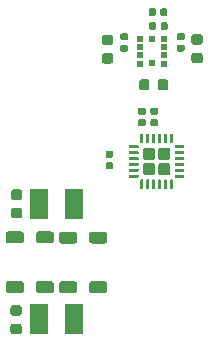
<source format=gbp>
G04 #@! TF.GenerationSoftware,KiCad,Pcbnew,5.0.2-bee76a0~70~ubuntu18.04.1*
G04 #@! TF.CreationDate,2019-05-16T13:06:06+01:00*
G04 #@! TF.ProjectId,HealthMonitor,4865616c-7468-44d6-9f6e-69746f722e6b,rev?*
G04 #@! TF.SameCoordinates,Original*
G04 #@! TF.FileFunction,Paste,Bot*
G04 #@! TF.FilePolarity,Positive*
%FSLAX46Y46*%
G04 Gerber Fmt 4.6, Leading zero omitted, Abs format (unit mm)*
G04 Created by KiCad (PCBNEW 5.0.2-bee76a0~70~ubuntu18.04.1) date Thu 16 May 2019 13:06:06 BST*
%MOMM*%
%LPD*%
G01*
G04 APERTURE LIST*
%ADD10C,0.100000*%
%ADD11C,1.000000*%
%ADD12C,0.250000*%
%ADD13C,1.050000*%
%ADD14R,0.630000X0.500000*%
%ADD15R,0.500000X0.630000*%
%ADD16C,0.590000*%
%ADD17C,0.875000*%
%ADD18R,1.500000X2.600000*%
G04 APERTURE END LIST*
D10*
G04 #@! TO.C,D8*
G36*
X109912129Y-120572965D02*
X109936398Y-120576565D01*
X109960196Y-120582526D01*
X109983296Y-120590791D01*
X110005474Y-120601281D01*
X110026518Y-120613894D01*
X110046223Y-120628508D01*
X110064402Y-120644984D01*
X110080878Y-120663163D01*
X110095492Y-120682868D01*
X110108105Y-120703912D01*
X110118595Y-120726090D01*
X110126860Y-120749190D01*
X110132821Y-120772988D01*
X110136421Y-120797257D01*
X110137625Y-120821761D01*
X110137625Y-121321761D01*
X110136421Y-121346265D01*
X110132821Y-121370534D01*
X110126860Y-121394332D01*
X110118595Y-121417432D01*
X110108105Y-121439610D01*
X110095492Y-121460654D01*
X110080878Y-121480359D01*
X110064402Y-121498538D01*
X110046223Y-121515014D01*
X110026518Y-121529628D01*
X110005474Y-121542241D01*
X109983296Y-121552731D01*
X109960196Y-121560996D01*
X109936398Y-121566957D01*
X109912129Y-121570557D01*
X109887625Y-121571761D01*
X108837625Y-121571761D01*
X108813121Y-121570557D01*
X108788852Y-121566957D01*
X108765054Y-121560996D01*
X108741954Y-121552731D01*
X108719776Y-121542241D01*
X108698732Y-121529628D01*
X108679027Y-121515014D01*
X108660848Y-121498538D01*
X108644372Y-121480359D01*
X108629758Y-121460654D01*
X108617145Y-121439610D01*
X108606655Y-121417432D01*
X108598390Y-121394332D01*
X108592429Y-121370534D01*
X108588829Y-121346265D01*
X108587625Y-121321761D01*
X108587625Y-120821761D01*
X108588829Y-120797257D01*
X108592429Y-120772988D01*
X108598390Y-120749190D01*
X108606655Y-120726090D01*
X108617145Y-120703912D01*
X108629758Y-120682868D01*
X108644372Y-120663163D01*
X108660848Y-120644984D01*
X108679027Y-120628508D01*
X108698732Y-120613894D01*
X108719776Y-120601281D01*
X108741954Y-120590791D01*
X108765054Y-120582526D01*
X108788852Y-120576565D01*
X108813121Y-120572965D01*
X108837625Y-120571761D01*
X109887625Y-120571761D01*
X109912129Y-120572965D01*
X109912129Y-120572965D01*
G37*
D11*
X109362625Y-121071761D03*
D10*
G36*
X112462129Y-120572965D02*
X112486398Y-120576565D01*
X112510196Y-120582526D01*
X112533296Y-120590791D01*
X112555474Y-120601281D01*
X112576518Y-120613894D01*
X112596223Y-120628508D01*
X112614402Y-120644984D01*
X112630878Y-120663163D01*
X112645492Y-120682868D01*
X112658105Y-120703912D01*
X112668595Y-120726090D01*
X112676860Y-120749190D01*
X112682821Y-120772988D01*
X112686421Y-120797257D01*
X112687625Y-120821761D01*
X112687625Y-121321761D01*
X112686421Y-121346265D01*
X112682821Y-121370534D01*
X112676860Y-121394332D01*
X112668595Y-121417432D01*
X112658105Y-121439610D01*
X112645492Y-121460654D01*
X112630878Y-121480359D01*
X112614402Y-121498538D01*
X112596223Y-121515014D01*
X112576518Y-121529628D01*
X112555474Y-121542241D01*
X112533296Y-121552731D01*
X112510196Y-121560996D01*
X112486398Y-121566957D01*
X112462129Y-121570557D01*
X112437625Y-121571761D01*
X111387625Y-121571761D01*
X111363121Y-121570557D01*
X111338852Y-121566957D01*
X111315054Y-121560996D01*
X111291954Y-121552731D01*
X111269776Y-121542241D01*
X111248732Y-121529628D01*
X111229027Y-121515014D01*
X111210848Y-121498538D01*
X111194372Y-121480359D01*
X111179758Y-121460654D01*
X111167145Y-121439610D01*
X111156655Y-121417432D01*
X111148390Y-121394332D01*
X111142429Y-121370534D01*
X111138829Y-121346265D01*
X111137625Y-121321761D01*
X111137625Y-120821761D01*
X111138829Y-120797257D01*
X111142429Y-120772988D01*
X111148390Y-120749190D01*
X111156655Y-120726090D01*
X111167145Y-120703912D01*
X111179758Y-120682868D01*
X111194372Y-120663163D01*
X111210848Y-120644984D01*
X111229027Y-120628508D01*
X111248732Y-120613894D01*
X111269776Y-120601281D01*
X111291954Y-120590791D01*
X111315054Y-120582526D01*
X111338852Y-120576565D01*
X111363121Y-120572965D01*
X111387625Y-120571761D01*
X112437625Y-120571761D01*
X112462129Y-120572965D01*
X112462129Y-120572965D01*
G37*
D11*
X111912625Y-121071761D03*
D10*
G36*
X109912129Y-116372965D02*
X109936398Y-116376565D01*
X109960196Y-116382526D01*
X109983296Y-116390791D01*
X110005474Y-116401281D01*
X110026518Y-116413894D01*
X110046223Y-116428508D01*
X110064402Y-116444984D01*
X110080878Y-116463163D01*
X110095492Y-116482868D01*
X110108105Y-116503912D01*
X110118595Y-116526090D01*
X110126860Y-116549190D01*
X110132821Y-116572988D01*
X110136421Y-116597257D01*
X110137625Y-116621761D01*
X110137625Y-117121761D01*
X110136421Y-117146265D01*
X110132821Y-117170534D01*
X110126860Y-117194332D01*
X110118595Y-117217432D01*
X110108105Y-117239610D01*
X110095492Y-117260654D01*
X110080878Y-117280359D01*
X110064402Y-117298538D01*
X110046223Y-117315014D01*
X110026518Y-117329628D01*
X110005474Y-117342241D01*
X109983296Y-117352731D01*
X109960196Y-117360996D01*
X109936398Y-117366957D01*
X109912129Y-117370557D01*
X109887625Y-117371761D01*
X108837625Y-117371761D01*
X108813121Y-117370557D01*
X108788852Y-117366957D01*
X108765054Y-117360996D01*
X108741954Y-117352731D01*
X108719776Y-117342241D01*
X108698732Y-117329628D01*
X108679027Y-117315014D01*
X108660848Y-117298538D01*
X108644372Y-117280359D01*
X108629758Y-117260654D01*
X108617145Y-117239610D01*
X108606655Y-117217432D01*
X108598390Y-117194332D01*
X108592429Y-117170534D01*
X108588829Y-117146265D01*
X108587625Y-117121761D01*
X108587625Y-116621761D01*
X108588829Y-116597257D01*
X108592429Y-116572988D01*
X108598390Y-116549190D01*
X108606655Y-116526090D01*
X108617145Y-116503912D01*
X108629758Y-116482868D01*
X108644372Y-116463163D01*
X108660848Y-116444984D01*
X108679027Y-116428508D01*
X108698732Y-116413894D01*
X108719776Y-116401281D01*
X108741954Y-116390791D01*
X108765054Y-116382526D01*
X108788852Y-116376565D01*
X108813121Y-116372965D01*
X108837625Y-116371761D01*
X109887625Y-116371761D01*
X109912129Y-116372965D01*
X109912129Y-116372965D01*
G37*
D11*
X109362625Y-116871761D03*
D10*
G36*
X112462129Y-116372965D02*
X112486398Y-116376565D01*
X112510196Y-116382526D01*
X112533296Y-116390791D01*
X112555474Y-116401281D01*
X112576518Y-116413894D01*
X112596223Y-116428508D01*
X112614402Y-116444984D01*
X112630878Y-116463163D01*
X112645492Y-116482868D01*
X112658105Y-116503912D01*
X112668595Y-116526090D01*
X112676860Y-116549190D01*
X112682821Y-116572988D01*
X112686421Y-116597257D01*
X112687625Y-116621761D01*
X112687625Y-117121761D01*
X112686421Y-117146265D01*
X112682821Y-117170534D01*
X112676860Y-117194332D01*
X112668595Y-117217432D01*
X112658105Y-117239610D01*
X112645492Y-117260654D01*
X112630878Y-117280359D01*
X112614402Y-117298538D01*
X112596223Y-117315014D01*
X112576518Y-117329628D01*
X112555474Y-117342241D01*
X112533296Y-117352731D01*
X112510196Y-117360996D01*
X112486398Y-117366957D01*
X112462129Y-117370557D01*
X112437625Y-117371761D01*
X111387625Y-117371761D01*
X111363121Y-117370557D01*
X111338852Y-117366957D01*
X111315054Y-117360996D01*
X111291954Y-117352731D01*
X111269776Y-117342241D01*
X111248732Y-117329628D01*
X111229027Y-117315014D01*
X111210848Y-117298538D01*
X111194372Y-117280359D01*
X111179758Y-117260654D01*
X111167145Y-117239610D01*
X111156655Y-117217432D01*
X111148390Y-117194332D01*
X111142429Y-117170534D01*
X111138829Y-117146265D01*
X111137625Y-117121761D01*
X111137625Y-116621761D01*
X111138829Y-116597257D01*
X111142429Y-116572988D01*
X111148390Y-116549190D01*
X111156655Y-116526090D01*
X111167145Y-116503912D01*
X111179758Y-116482868D01*
X111194372Y-116463163D01*
X111210848Y-116444984D01*
X111229027Y-116428508D01*
X111248732Y-116413894D01*
X111269776Y-116401281D01*
X111291954Y-116390791D01*
X111315054Y-116382526D01*
X111338852Y-116376565D01*
X111363121Y-116372965D01*
X111387625Y-116371761D01*
X112437625Y-116371761D01*
X112462129Y-116372965D01*
X112462129Y-116372965D01*
G37*
D11*
X111912625Y-116871761D03*
G04 #@! TD*
D10*
G04 #@! TO.C,U12*
G36*
X115663627Y-111949220D02*
X115669694Y-111950120D01*
X115675644Y-111951610D01*
X115681419Y-111953677D01*
X115686963Y-111956299D01*
X115692224Y-111959452D01*
X115697151Y-111963106D01*
X115701695Y-111967225D01*
X115705814Y-111971769D01*
X115709468Y-111976696D01*
X115712621Y-111981957D01*
X115715243Y-111987501D01*
X115717310Y-111993276D01*
X115718800Y-111999226D01*
X115719700Y-112005293D01*
X115720001Y-112011419D01*
X115720001Y-112711419D01*
X115719700Y-112717545D01*
X115718800Y-112723612D01*
X115717310Y-112729562D01*
X115715243Y-112735337D01*
X115712621Y-112740881D01*
X115709468Y-112746142D01*
X115705814Y-112751069D01*
X115701695Y-112755613D01*
X115697151Y-112759732D01*
X115692224Y-112763386D01*
X115686963Y-112766539D01*
X115681419Y-112769161D01*
X115675644Y-112771228D01*
X115669694Y-112772718D01*
X115663627Y-112773618D01*
X115657501Y-112773919D01*
X115532501Y-112773919D01*
X115526375Y-112773618D01*
X115520308Y-112772718D01*
X115514358Y-112771228D01*
X115508583Y-112769161D01*
X115503039Y-112766539D01*
X115497778Y-112763386D01*
X115492851Y-112759732D01*
X115488307Y-112755613D01*
X115484188Y-112751069D01*
X115480534Y-112746142D01*
X115477381Y-112740881D01*
X115474759Y-112735337D01*
X115472692Y-112729562D01*
X115471202Y-112723612D01*
X115470302Y-112717545D01*
X115470001Y-112711419D01*
X115470001Y-112011419D01*
X115470302Y-112005293D01*
X115471202Y-111999226D01*
X115472692Y-111993276D01*
X115474759Y-111987501D01*
X115477381Y-111981957D01*
X115480534Y-111976696D01*
X115484188Y-111971769D01*
X115488307Y-111967225D01*
X115492851Y-111963106D01*
X115497778Y-111959452D01*
X115503039Y-111956299D01*
X115508583Y-111953677D01*
X115514358Y-111951610D01*
X115520308Y-111950120D01*
X115526375Y-111949220D01*
X115532501Y-111948919D01*
X115657501Y-111948919D01*
X115663627Y-111949220D01*
X115663627Y-111949220D01*
G37*
D12*
X115595001Y-112361419D03*
D10*
G36*
X116163627Y-111949220D02*
X116169694Y-111950120D01*
X116175644Y-111951610D01*
X116181419Y-111953677D01*
X116186963Y-111956299D01*
X116192224Y-111959452D01*
X116197151Y-111963106D01*
X116201695Y-111967225D01*
X116205814Y-111971769D01*
X116209468Y-111976696D01*
X116212621Y-111981957D01*
X116215243Y-111987501D01*
X116217310Y-111993276D01*
X116218800Y-111999226D01*
X116219700Y-112005293D01*
X116220001Y-112011419D01*
X116220001Y-112711419D01*
X116219700Y-112717545D01*
X116218800Y-112723612D01*
X116217310Y-112729562D01*
X116215243Y-112735337D01*
X116212621Y-112740881D01*
X116209468Y-112746142D01*
X116205814Y-112751069D01*
X116201695Y-112755613D01*
X116197151Y-112759732D01*
X116192224Y-112763386D01*
X116186963Y-112766539D01*
X116181419Y-112769161D01*
X116175644Y-112771228D01*
X116169694Y-112772718D01*
X116163627Y-112773618D01*
X116157501Y-112773919D01*
X116032501Y-112773919D01*
X116026375Y-112773618D01*
X116020308Y-112772718D01*
X116014358Y-112771228D01*
X116008583Y-112769161D01*
X116003039Y-112766539D01*
X115997778Y-112763386D01*
X115992851Y-112759732D01*
X115988307Y-112755613D01*
X115984188Y-112751069D01*
X115980534Y-112746142D01*
X115977381Y-112740881D01*
X115974759Y-112735337D01*
X115972692Y-112729562D01*
X115971202Y-112723612D01*
X115970302Y-112717545D01*
X115970001Y-112711419D01*
X115970001Y-112011419D01*
X115970302Y-112005293D01*
X115971202Y-111999226D01*
X115972692Y-111993276D01*
X115974759Y-111987501D01*
X115977381Y-111981957D01*
X115980534Y-111976696D01*
X115984188Y-111971769D01*
X115988307Y-111967225D01*
X115992851Y-111963106D01*
X115997778Y-111959452D01*
X116003039Y-111956299D01*
X116008583Y-111953677D01*
X116014358Y-111951610D01*
X116020308Y-111950120D01*
X116026375Y-111949220D01*
X116032501Y-111948919D01*
X116157501Y-111948919D01*
X116163627Y-111949220D01*
X116163627Y-111949220D01*
G37*
D12*
X116095001Y-112361419D03*
D10*
G36*
X116663627Y-111949220D02*
X116669694Y-111950120D01*
X116675644Y-111951610D01*
X116681419Y-111953677D01*
X116686963Y-111956299D01*
X116692224Y-111959452D01*
X116697151Y-111963106D01*
X116701695Y-111967225D01*
X116705814Y-111971769D01*
X116709468Y-111976696D01*
X116712621Y-111981957D01*
X116715243Y-111987501D01*
X116717310Y-111993276D01*
X116718800Y-111999226D01*
X116719700Y-112005293D01*
X116720001Y-112011419D01*
X116720001Y-112711419D01*
X116719700Y-112717545D01*
X116718800Y-112723612D01*
X116717310Y-112729562D01*
X116715243Y-112735337D01*
X116712621Y-112740881D01*
X116709468Y-112746142D01*
X116705814Y-112751069D01*
X116701695Y-112755613D01*
X116697151Y-112759732D01*
X116692224Y-112763386D01*
X116686963Y-112766539D01*
X116681419Y-112769161D01*
X116675644Y-112771228D01*
X116669694Y-112772718D01*
X116663627Y-112773618D01*
X116657501Y-112773919D01*
X116532501Y-112773919D01*
X116526375Y-112773618D01*
X116520308Y-112772718D01*
X116514358Y-112771228D01*
X116508583Y-112769161D01*
X116503039Y-112766539D01*
X116497778Y-112763386D01*
X116492851Y-112759732D01*
X116488307Y-112755613D01*
X116484188Y-112751069D01*
X116480534Y-112746142D01*
X116477381Y-112740881D01*
X116474759Y-112735337D01*
X116472692Y-112729562D01*
X116471202Y-112723612D01*
X116470302Y-112717545D01*
X116470001Y-112711419D01*
X116470001Y-112011419D01*
X116470302Y-112005293D01*
X116471202Y-111999226D01*
X116472692Y-111993276D01*
X116474759Y-111987501D01*
X116477381Y-111981957D01*
X116480534Y-111976696D01*
X116484188Y-111971769D01*
X116488307Y-111967225D01*
X116492851Y-111963106D01*
X116497778Y-111959452D01*
X116503039Y-111956299D01*
X116508583Y-111953677D01*
X116514358Y-111951610D01*
X116520308Y-111950120D01*
X116526375Y-111949220D01*
X116532501Y-111948919D01*
X116657501Y-111948919D01*
X116663627Y-111949220D01*
X116663627Y-111949220D01*
G37*
D12*
X116595001Y-112361419D03*
D10*
G36*
X117163627Y-111949220D02*
X117169694Y-111950120D01*
X117175644Y-111951610D01*
X117181419Y-111953677D01*
X117186963Y-111956299D01*
X117192224Y-111959452D01*
X117197151Y-111963106D01*
X117201695Y-111967225D01*
X117205814Y-111971769D01*
X117209468Y-111976696D01*
X117212621Y-111981957D01*
X117215243Y-111987501D01*
X117217310Y-111993276D01*
X117218800Y-111999226D01*
X117219700Y-112005293D01*
X117220001Y-112011419D01*
X117220001Y-112711419D01*
X117219700Y-112717545D01*
X117218800Y-112723612D01*
X117217310Y-112729562D01*
X117215243Y-112735337D01*
X117212621Y-112740881D01*
X117209468Y-112746142D01*
X117205814Y-112751069D01*
X117201695Y-112755613D01*
X117197151Y-112759732D01*
X117192224Y-112763386D01*
X117186963Y-112766539D01*
X117181419Y-112769161D01*
X117175644Y-112771228D01*
X117169694Y-112772718D01*
X117163627Y-112773618D01*
X117157501Y-112773919D01*
X117032501Y-112773919D01*
X117026375Y-112773618D01*
X117020308Y-112772718D01*
X117014358Y-112771228D01*
X117008583Y-112769161D01*
X117003039Y-112766539D01*
X116997778Y-112763386D01*
X116992851Y-112759732D01*
X116988307Y-112755613D01*
X116984188Y-112751069D01*
X116980534Y-112746142D01*
X116977381Y-112740881D01*
X116974759Y-112735337D01*
X116972692Y-112729562D01*
X116971202Y-112723612D01*
X116970302Y-112717545D01*
X116970001Y-112711419D01*
X116970001Y-112011419D01*
X116970302Y-112005293D01*
X116971202Y-111999226D01*
X116972692Y-111993276D01*
X116974759Y-111987501D01*
X116977381Y-111981957D01*
X116980534Y-111976696D01*
X116984188Y-111971769D01*
X116988307Y-111967225D01*
X116992851Y-111963106D01*
X116997778Y-111959452D01*
X117003039Y-111956299D01*
X117008583Y-111953677D01*
X117014358Y-111951610D01*
X117020308Y-111950120D01*
X117026375Y-111949220D01*
X117032501Y-111948919D01*
X117157501Y-111948919D01*
X117163627Y-111949220D01*
X117163627Y-111949220D01*
G37*
D12*
X117095001Y-112361419D03*
D10*
G36*
X117663627Y-111949220D02*
X117669694Y-111950120D01*
X117675644Y-111951610D01*
X117681419Y-111953677D01*
X117686963Y-111956299D01*
X117692224Y-111959452D01*
X117697151Y-111963106D01*
X117701695Y-111967225D01*
X117705814Y-111971769D01*
X117709468Y-111976696D01*
X117712621Y-111981957D01*
X117715243Y-111987501D01*
X117717310Y-111993276D01*
X117718800Y-111999226D01*
X117719700Y-112005293D01*
X117720001Y-112011419D01*
X117720001Y-112711419D01*
X117719700Y-112717545D01*
X117718800Y-112723612D01*
X117717310Y-112729562D01*
X117715243Y-112735337D01*
X117712621Y-112740881D01*
X117709468Y-112746142D01*
X117705814Y-112751069D01*
X117701695Y-112755613D01*
X117697151Y-112759732D01*
X117692224Y-112763386D01*
X117686963Y-112766539D01*
X117681419Y-112769161D01*
X117675644Y-112771228D01*
X117669694Y-112772718D01*
X117663627Y-112773618D01*
X117657501Y-112773919D01*
X117532501Y-112773919D01*
X117526375Y-112773618D01*
X117520308Y-112772718D01*
X117514358Y-112771228D01*
X117508583Y-112769161D01*
X117503039Y-112766539D01*
X117497778Y-112763386D01*
X117492851Y-112759732D01*
X117488307Y-112755613D01*
X117484188Y-112751069D01*
X117480534Y-112746142D01*
X117477381Y-112740881D01*
X117474759Y-112735337D01*
X117472692Y-112729562D01*
X117471202Y-112723612D01*
X117470302Y-112717545D01*
X117470001Y-112711419D01*
X117470001Y-112011419D01*
X117470302Y-112005293D01*
X117471202Y-111999226D01*
X117472692Y-111993276D01*
X117474759Y-111987501D01*
X117477381Y-111981957D01*
X117480534Y-111976696D01*
X117484188Y-111971769D01*
X117488307Y-111967225D01*
X117492851Y-111963106D01*
X117497778Y-111959452D01*
X117503039Y-111956299D01*
X117508583Y-111953677D01*
X117514358Y-111951610D01*
X117520308Y-111950120D01*
X117526375Y-111949220D01*
X117532501Y-111948919D01*
X117657501Y-111948919D01*
X117663627Y-111949220D01*
X117663627Y-111949220D01*
G37*
D12*
X117595001Y-112361419D03*
D10*
G36*
X118163627Y-111949220D02*
X118169694Y-111950120D01*
X118175644Y-111951610D01*
X118181419Y-111953677D01*
X118186963Y-111956299D01*
X118192224Y-111959452D01*
X118197151Y-111963106D01*
X118201695Y-111967225D01*
X118205814Y-111971769D01*
X118209468Y-111976696D01*
X118212621Y-111981957D01*
X118215243Y-111987501D01*
X118217310Y-111993276D01*
X118218800Y-111999226D01*
X118219700Y-112005293D01*
X118220001Y-112011419D01*
X118220001Y-112711419D01*
X118219700Y-112717545D01*
X118218800Y-112723612D01*
X118217310Y-112729562D01*
X118215243Y-112735337D01*
X118212621Y-112740881D01*
X118209468Y-112746142D01*
X118205814Y-112751069D01*
X118201695Y-112755613D01*
X118197151Y-112759732D01*
X118192224Y-112763386D01*
X118186963Y-112766539D01*
X118181419Y-112769161D01*
X118175644Y-112771228D01*
X118169694Y-112772718D01*
X118163627Y-112773618D01*
X118157501Y-112773919D01*
X118032501Y-112773919D01*
X118026375Y-112773618D01*
X118020308Y-112772718D01*
X118014358Y-112771228D01*
X118008583Y-112769161D01*
X118003039Y-112766539D01*
X117997778Y-112763386D01*
X117992851Y-112759732D01*
X117988307Y-112755613D01*
X117984188Y-112751069D01*
X117980534Y-112746142D01*
X117977381Y-112740881D01*
X117974759Y-112735337D01*
X117972692Y-112729562D01*
X117971202Y-112723612D01*
X117970302Y-112717545D01*
X117970001Y-112711419D01*
X117970001Y-112011419D01*
X117970302Y-112005293D01*
X117971202Y-111999226D01*
X117972692Y-111993276D01*
X117974759Y-111987501D01*
X117977381Y-111981957D01*
X117980534Y-111976696D01*
X117984188Y-111971769D01*
X117988307Y-111967225D01*
X117992851Y-111963106D01*
X117997778Y-111959452D01*
X118003039Y-111956299D01*
X118008583Y-111953677D01*
X118014358Y-111951610D01*
X118020308Y-111950120D01*
X118026375Y-111949220D01*
X118032501Y-111948919D01*
X118157501Y-111948919D01*
X118163627Y-111949220D01*
X118163627Y-111949220D01*
G37*
D12*
X118095001Y-112361419D03*
D10*
G36*
X119138627Y-111549220D02*
X119144694Y-111550120D01*
X119150644Y-111551610D01*
X119156419Y-111553677D01*
X119161963Y-111556299D01*
X119167224Y-111559452D01*
X119172151Y-111563106D01*
X119176695Y-111567225D01*
X119180814Y-111571769D01*
X119184468Y-111576696D01*
X119187621Y-111581957D01*
X119190243Y-111587501D01*
X119192310Y-111593276D01*
X119193800Y-111599226D01*
X119194700Y-111605293D01*
X119195001Y-111611419D01*
X119195001Y-111736419D01*
X119194700Y-111742545D01*
X119193800Y-111748612D01*
X119192310Y-111754562D01*
X119190243Y-111760337D01*
X119187621Y-111765881D01*
X119184468Y-111771142D01*
X119180814Y-111776069D01*
X119176695Y-111780613D01*
X119172151Y-111784732D01*
X119167224Y-111788386D01*
X119161963Y-111791539D01*
X119156419Y-111794161D01*
X119150644Y-111796228D01*
X119144694Y-111797718D01*
X119138627Y-111798618D01*
X119132501Y-111798919D01*
X118432501Y-111798919D01*
X118426375Y-111798618D01*
X118420308Y-111797718D01*
X118414358Y-111796228D01*
X118408583Y-111794161D01*
X118403039Y-111791539D01*
X118397778Y-111788386D01*
X118392851Y-111784732D01*
X118388307Y-111780613D01*
X118384188Y-111776069D01*
X118380534Y-111771142D01*
X118377381Y-111765881D01*
X118374759Y-111760337D01*
X118372692Y-111754562D01*
X118371202Y-111748612D01*
X118370302Y-111742545D01*
X118370001Y-111736419D01*
X118370001Y-111611419D01*
X118370302Y-111605293D01*
X118371202Y-111599226D01*
X118372692Y-111593276D01*
X118374759Y-111587501D01*
X118377381Y-111581957D01*
X118380534Y-111576696D01*
X118384188Y-111571769D01*
X118388307Y-111567225D01*
X118392851Y-111563106D01*
X118397778Y-111559452D01*
X118403039Y-111556299D01*
X118408583Y-111553677D01*
X118414358Y-111551610D01*
X118420308Y-111550120D01*
X118426375Y-111549220D01*
X118432501Y-111548919D01*
X119132501Y-111548919D01*
X119138627Y-111549220D01*
X119138627Y-111549220D01*
G37*
D12*
X118782501Y-111673919D03*
D10*
G36*
X119138627Y-111049220D02*
X119144694Y-111050120D01*
X119150644Y-111051610D01*
X119156419Y-111053677D01*
X119161963Y-111056299D01*
X119167224Y-111059452D01*
X119172151Y-111063106D01*
X119176695Y-111067225D01*
X119180814Y-111071769D01*
X119184468Y-111076696D01*
X119187621Y-111081957D01*
X119190243Y-111087501D01*
X119192310Y-111093276D01*
X119193800Y-111099226D01*
X119194700Y-111105293D01*
X119195001Y-111111419D01*
X119195001Y-111236419D01*
X119194700Y-111242545D01*
X119193800Y-111248612D01*
X119192310Y-111254562D01*
X119190243Y-111260337D01*
X119187621Y-111265881D01*
X119184468Y-111271142D01*
X119180814Y-111276069D01*
X119176695Y-111280613D01*
X119172151Y-111284732D01*
X119167224Y-111288386D01*
X119161963Y-111291539D01*
X119156419Y-111294161D01*
X119150644Y-111296228D01*
X119144694Y-111297718D01*
X119138627Y-111298618D01*
X119132501Y-111298919D01*
X118432501Y-111298919D01*
X118426375Y-111298618D01*
X118420308Y-111297718D01*
X118414358Y-111296228D01*
X118408583Y-111294161D01*
X118403039Y-111291539D01*
X118397778Y-111288386D01*
X118392851Y-111284732D01*
X118388307Y-111280613D01*
X118384188Y-111276069D01*
X118380534Y-111271142D01*
X118377381Y-111265881D01*
X118374759Y-111260337D01*
X118372692Y-111254562D01*
X118371202Y-111248612D01*
X118370302Y-111242545D01*
X118370001Y-111236419D01*
X118370001Y-111111419D01*
X118370302Y-111105293D01*
X118371202Y-111099226D01*
X118372692Y-111093276D01*
X118374759Y-111087501D01*
X118377381Y-111081957D01*
X118380534Y-111076696D01*
X118384188Y-111071769D01*
X118388307Y-111067225D01*
X118392851Y-111063106D01*
X118397778Y-111059452D01*
X118403039Y-111056299D01*
X118408583Y-111053677D01*
X118414358Y-111051610D01*
X118420308Y-111050120D01*
X118426375Y-111049220D01*
X118432501Y-111048919D01*
X119132501Y-111048919D01*
X119138627Y-111049220D01*
X119138627Y-111049220D01*
G37*
D12*
X118782501Y-111173919D03*
D10*
G36*
X119138627Y-110549220D02*
X119144694Y-110550120D01*
X119150644Y-110551610D01*
X119156419Y-110553677D01*
X119161963Y-110556299D01*
X119167224Y-110559452D01*
X119172151Y-110563106D01*
X119176695Y-110567225D01*
X119180814Y-110571769D01*
X119184468Y-110576696D01*
X119187621Y-110581957D01*
X119190243Y-110587501D01*
X119192310Y-110593276D01*
X119193800Y-110599226D01*
X119194700Y-110605293D01*
X119195001Y-110611419D01*
X119195001Y-110736419D01*
X119194700Y-110742545D01*
X119193800Y-110748612D01*
X119192310Y-110754562D01*
X119190243Y-110760337D01*
X119187621Y-110765881D01*
X119184468Y-110771142D01*
X119180814Y-110776069D01*
X119176695Y-110780613D01*
X119172151Y-110784732D01*
X119167224Y-110788386D01*
X119161963Y-110791539D01*
X119156419Y-110794161D01*
X119150644Y-110796228D01*
X119144694Y-110797718D01*
X119138627Y-110798618D01*
X119132501Y-110798919D01*
X118432501Y-110798919D01*
X118426375Y-110798618D01*
X118420308Y-110797718D01*
X118414358Y-110796228D01*
X118408583Y-110794161D01*
X118403039Y-110791539D01*
X118397778Y-110788386D01*
X118392851Y-110784732D01*
X118388307Y-110780613D01*
X118384188Y-110776069D01*
X118380534Y-110771142D01*
X118377381Y-110765881D01*
X118374759Y-110760337D01*
X118372692Y-110754562D01*
X118371202Y-110748612D01*
X118370302Y-110742545D01*
X118370001Y-110736419D01*
X118370001Y-110611419D01*
X118370302Y-110605293D01*
X118371202Y-110599226D01*
X118372692Y-110593276D01*
X118374759Y-110587501D01*
X118377381Y-110581957D01*
X118380534Y-110576696D01*
X118384188Y-110571769D01*
X118388307Y-110567225D01*
X118392851Y-110563106D01*
X118397778Y-110559452D01*
X118403039Y-110556299D01*
X118408583Y-110553677D01*
X118414358Y-110551610D01*
X118420308Y-110550120D01*
X118426375Y-110549220D01*
X118432501Y-110548919D01*
X119132501Y-110548919D01*
X119138627Y-110549220D01*
X119138627Y-110549220D01*
G37*
D12*
X118782501Y-110673919D03*
D10*
G36*
X119138627Y-110049220D02*
X119144694Y-110050120D01*
X119150644Y-110051610D01*
X119156419Y-110053677D01*
X119161963Y-110056299D01*
X119167224Y-110059452D01*
X119172151Y-110063106D01*
X119176695Y-110067225D01*
X119180814Y-110071769D01*
X119184468Y-110076696D01*
X119187621Y-110081957D01*
X119190243Y-110087501D01*
X119192310Y-110093276D01*
X119193800Y-110099226D01*
X119194700Y-110105293D01*
X119195001Y-110111419D01*
X119195001Y-110236419D01*
X119194700Y-110242545D01*
X119193800Y-110248612D01*
X119192310Y-110254562D01*
X119190243Y-110260337D01*
X119187621Y-110265881D01*
X119184468Y-110271142D01*
X119180814Y-110276069D01*
X119176695Y-110280613D01*
X119172151Y-110284732D01*
X119167224Y-110288386D01*
X119161963Y-110291539D01*
X119156419Y-110294161D01*
X119150644Y-110296228D01*
X119144694Y-110297718D01*
X119138627Y-110298618D01*
X119132501Y-110298919D01*
X118432501Y-110298919D01*
X118426375Y-110298618D01*
X118420308Y-110297718D01*
X118414358Y-110296228D01*
X118408583Y-110294161D01*
X118403039Y-110291539D01*
X118397778Y-110288386D01*
X118392851Y-110284732D01*
X118388307Y-110280613D01*
X118384188Y-110276069D01*
X118380534Y-110271142D01*
X118377381Y-110265881D01*
X118374759Y-110260337D01*
X118372692Y-110254562D01*
X118371202Y-110248612D01*
X118370302Y-110242545D01*
X118370001Y-110236419D01*
X118370001Y-110111419D01*
X118370302Y-110105293D01*
X118371202Y-110099226D01*
X118372692Y-110093276D01*
X118374759Y-110087501D01*
X118377381Y-110081957D01*
X118380534Y-110076696D01*
X118384188Y-110071769D01*
X118388307Y-110067225D01*
X118392851Y-110063106D01*
X118397778Y-110059452D01*
X118403039Y-110056299D01*
X118408583Y-110053677D01*
X118414358Y-110051610D01*
X118420308Y-110050120D01*
X118426375Y-110049220D01*
X118432501Y-110048919D01*
X119132501Y-110048919D01*
X119138627Y-110049220D01*
X119138627Y-110049220D01*
G37*
D12*
X118782501Y-110173919D03*
D10*
G36*
X119138627Y-109549220D02*
X119144694Y-109550120D01*
X119150644Y-109551610D01*
X119156419Y-109553677D01*
X119161963Y-109556299D01*
X119167224Y-109559452D01*
X119172151Y-109563106D01*
X119176695Y-109567225D01*
X119180814Y-109571769D01*
X119184468Y-109576696D01*
X119187621Y-109581957D01*
X119190243Y-109587501D01*
X119192310Y-109593276D01*
X119193800Y-109599226D01*
X119194700Y-109605293D01*
X119195001Y-109611419D01*
X119195001Y-109736419D01*
X119194700Y-109742545D01*
X119193800Y-109748612D01*
X119192310Y-109754562D01*
X119190243Y-109760337D01*
X119187621Y-109765881D01*
X119184468Y-109771142D01*
X119180814Y-109776069D01*
X119176695Y-109780613D01*
X119172151Y-109784732D01*
X119167224Y-109788386D01*
X119161963Y-109791539D01*
X119156419Y-109794161D01*
X119150644Y-109796228D01*
X119144694Y-109797718D01*
X119138627Y-109798618D01*
X119132501Y-109798919D01*
X118432501Y-109798919D01*
X118426375Y-109798618D01*
X118420308Y-109797718D01*
X118414358Y-109796228D01*
X118408583Y-109794161D01*
X118403039Y-109791539D01*
X118397778Y-109788386D01*
X118392851Y-109784732D01*
X118388307Y-109780613D01*
X118384188Y-109776069D01*
X118380534Y-109771142D01*
X118377381Y-109765881D01*
X118374759Y-109760337D01*
X118372692Y-109754562D01*
X118371202Y-109748612D01*
X118370302Y-109742545D01*
X118370001Y-109736419D01*
X118370001Y-109611419D01*
X118370302Y-109605293D01*
X118371202Y-109599226D01*
X118372692Y-109593276D01*
X118374759Y-109587501D01*
X118377381Y-109581957D01*
X118380534Y-109576696D01*
X118384188Y-109571769D01*
X118388307Y-109567225D01*
X118392851Y-109563106D01*
X118397778Y-109559452D01*
X118403039Y-109556299D01*
X118408583Y-109553677D01*
X118414358Y-109551610D01*
X118420308Y-109550120D01*
X118426375Y-109549220D01*
X118432501Y-109548919D01*
X119132501Y-109548919D01*
X119138627Y-109549220D01*
X119138627Y-109549220D01*
G37*
D12*
X118782501Y-109673919D03*
D10*
G36*
X119138627Y-109049220D02*
X119144694Y-109050120D01*
X119150644Y-109051610D01*
X119156419Y-109053677D01*
X119161963Y-109056299D01*
X119167224Y-109059452D01*
X119172151Y-109063106D01*
X119176695Y-109067225D01*
X119180814Y-109071769D01*
X119184468Y-109076696D01*
X119187621Y-109081957D01*
X119190243Y-109087501D01*
X119192310Y-109093276D01*
X119193800Y-109099226D01*
X119194700Y-109105293D01*
X119195001Y-109111419D01*
X119195001Y-109236419D01*
X119194700Y-109242545D01*
X119193800Y-109248612D01*
X119192310Y-109254562D01*
X119190243Y-109260337D01*
X119187621Y-109265881D01*
X119184468Y-109271142D01*
X119180814Y-109276069D01*
X119176695Y-109280613D01*
X119172151Y-109284732D01*
X119167224Y-109288386D01*
X119161963Y-109291539D01*
X119156419Y-109294161D01*
X119150644Y-109296228D01*
X119144694Y-109297718D01*
X119138627Y-109298618D01*
X119132501Y-109298919D01*
X118432501Y-109298919D01*
X118426375Y-109298618D01*
X118420308Y-109297718D01*
X118414358Y-109296228D01*
X118408583Y-109294161D01*
X118403039Y-109291539D01*
X118397778Y-109288386D01*
X118392851Y-109284732D01*
X118388307Y-109280613D01*
X118384188Y-109276069D01*
X118380534Y-109271142D01*
X118377381Y-109265881D01*
X118374759Y-109260337D01*
X118372692Y-109254562D01*
X118371202Y-109248612D01*
X118370302Y-109242545D01*
X118370001Y-109236419D01*
X118370001Y-109111419D01*
X118370302Y-109105293D01*
X118371202Y-109099226D01*
X118372692Y-109093276D01*
X118374759Y-109087501D01*
X118377381Y-109081957D01*
X118380534Y-109076696D01*
X118384188Y-109071769D01*
X118388307Y-109067225D01*
X118392851Y-109063106D01*
X118397778Y-109059452D01*
X118403039Y-109056299D01*
X118408583Y-109053677D01*
X118414358Y-109051610D01*
X118420308Y-109050120D01*
X118426375Y-109049220D01*
X118432501Y-109048919D01*
X119132501Y-109048919D01*
X119138627Y-109049220D01*
X119138627Y-109049220D01*
G37*
D12*
X118782501Y-109173919D03*
D10*
G36*
X118163627Y-108074220D02*
X118169694Y-108075120D01*
X118175644Y-108076610D01*
X118181419Y-108078677D01*
X118186963Y-108081299D01*
X118192224Y-108084452D01*
X118197151Y-108088106D01*
X118201695Y-108092225D01*
X118205814Y-108096769D01*
X118209468Y-108101696D01*
X118212621Y-108106957D01*
X118215243Y-108112501D01*
X118217310Y-108118276D01*
X118218800Y-108124226D01*
X118219700Y-108130293D01*
X118220001Y-108136419D01*
X118220001Y-108836419D01*
X118219700Y-108842545D01*
X118218800Y-108848612D01*
X118217310Y-108854562D01*
X118215243Y-108860337D01*
X118212621Y-108865881D01*
X118209468Y-108871142D01*
X118205814Y-108876069D01*
X118201695Y-108880613D01*
X118197151Y-108884732D01*
X118192224Y-108888386D01*
X118186963Y-108891539D01*
X118181419Y-108894161D01*
X118175644Y-108896228D01*
X118169694Y-108897718D01*
X118163627Y-108898618D01*
X118157501Y-108898919D01*
X118032501Y-108898919D01*
X118026375Y-108898618D01*
X118020308Y-108897718D01*
X118014358Y-108896228D01*
X118008583Y-108894161D01*
X118003039Y-108891539D01*
X117997778Y-108888386D01*
X117992851Y-108884732D01*
X117988307Y-108880613D01*
X117984188Y-108876069D01*
X117980534Y-108871142D01*
X117977381Y-108865881D01*
X117974759Y-108860337D01*
X117972692Y-108854562D01*
X117971202Y-108848612D01*
X117970302Y-108842545D01*
X117970001Y-108836419D01*
X117970001Y-108136419D01*
X117970302Y-108130293D01*
X117971202Y-108124226D01*
X117972692Y-108118276D01*
X117974759Y-108112501D01*
X117977381Y-108106957D01*
X117980534Y-108101696D01*
X117984188Y-108096769D01*
X117988307Y-108092225D01*
X117992851Y-108088106D01*
X117997778Y-108084452D01*
X118003039Y-108081299D01*
X118008583Y-108078677D01*
X118014358Y-108076610D01*
X118020308Y-108075120D01*
X118026375Y-108074220D01*
X118032501Y-108073919D01*
X118157501Y-108073919D01*
X118163627Y-108074220D01*
X118163627Y-108074220D01*
G37*
D12*
X118095001Y-108486419D03*
D10*
G36*
X117663627Y-108074220D02*
X117669694Y-108075120D01*
X117675644Y-108076610D01*
X117681419Y-108078677D01*
X117686963Y-108081299D01*
X117692224Y-108084452D01*
X117697151Y-108088106D01*
X117701695Y-108092225D01*
X117705814Y-108096769D01*
X117709468Y-108101696D01*
X117712621Y-108106957D01*
X117715243Y-108112501D01*
X117717310Y-108118276D01*
X117718800Y-108124226D01*
X117719700Y-108130293D01*
X117720001Y-108136419D01*
X117720001Y-108836419D01*
X117719700Y-108842545D01*
X117718800Y-108848612D01*
X117717310Y-108854562D01*
X117715243Y-108860337D01*
X117712621Y-108865881D01*
X117709468Y-108871142D01*
X117705814Y-108876069D01*
X117701695Y-108880613D01*
X117697151Y-108884732D01*
X117692224Y-108888386D01*
X117686963Y-108891539D01*
X117681419Y-108894161D01*
X117675644Y-108896228D01*
X117669694Y-108897718D01*
X117663627Y-108898618D01*
X117657501Y-108898919D01*
X117532501Y-108898919D01*
X117526375Y-108898618D01*
X117520308Y-108897718D01*
X117514358Y-108896228D01*
X117508583Y-108894161D01*
X117503039Y-108891539D01*
X117497778Y-108888386D01*
X117492851Y-108884732D01*
X117488307Y-108880613D01*
X117484188Y-108876069D01*
X117480534Y-108871142D01*
X117477381Y-108865881D01*
X117474759Y-108860337D01*
X117472692Y-108854562D01*
X117471202Y-108848612D01*
X117470302Y-108842545D01*
X117470001Y-108836419D01*
X117470001Y-108136419D01*
X117470302Y-108130293D01*
X117471202Y-108124226D01*
X117472692Y-108118276D01*
X117474759Y-108112501D01*
X117477381Y-108106957D01*
X117480534Y-108101696D01*
X117484188Y-108096769D01*
X117488307Y-108092225D01*
X117492851Y-108088106D01*
X117497778Y-108084452D01*
X117503039Y-108081299D01*
X117508583Y-108078677D01*
X117514358Y-108076610D01*
X117520308Y-108075120D01*
X117526375Y-108074220D01*
X117532501Y-108073919D01*
X117657501Y-108073919D01*
X117663627Y-108074220D01*
X117663627Y-108074220D01*
G37*
D12*
X117595001Y-108486419D03*
D10*
G36*
X117163627Y-108074220D02*
X117169694Y-108075120D01*
X117175644Y-108076610D01*
X117181419Y-108078677D01*
X117186963Y-108081299D01*
X117192224Y-108084452D01*
X117197151Y-108088106D01*
X117201695Y-108092225D01*
X117205814Y-108096769D01*
X117209468Y-108101696D01*
X117212621Y-108106957D01*
X117215243Y-108112501D01*
X117217310Y-108118276D01*
X117218800Y-108124226D01*
X117219700Y-108130293D01*
X117220001Y-108136419D01*
X117220001Y-108836419D01*
X117219700Y-108842545D01*
X117218800Y-108848612D01*
X117217310Y-108854562D01*
X117215243Y-108860337D01*
X117212621Y-108865881D01*
X117209468Y-108871142D01*
X117205814Y-108876069D01*
X117201695Y-108880613D01*
X117197151Y-108884732D01*
X117192224Y-108888386D01*
X117186963Y-108891539D01*
X117181419Y-108894161D01*
X117175644Y-108896228D01*
X117169694Y-108897718D01*
X117163627Y-108898618D01*
X117157501Y-108898919D01*
X117032501Y-108898919D01*
X117026375Y-108898618D01*
X117020308Y-108897718D01*
X117014358Y-108896228D01*
X117008583Y-108894161D01*
X117003039Y-108891539D01*
X116997778Y-108888386D01*
X116992851Y-108884732D01*
X116988307Y-108880613D01*
X116984188Y-108876069D01*
X116980534Y-108871142D01*
X116977381Y-108865881D01*
X116974759Y-108860337D01*
X116972692Y-108854562D01*
X116971202Y-108848612D01*
X116970302Y-108842545D01*
X116970001Y-108836419D01*
X116970001Y-108136419D01*
X116970302Y-108130293D01*
X116971202Y-108124226D01*
X116972692Y-108118276D01*
X116974759Y-108112501D01*
X116977381Y-108106957D01*
X116980534Y-108101696D01*
X116984188Y-108096769D01*
X116988307Y-108092225D01*
X116992851Y-108088106D01*
X116997778Y-108084452D01*
X117003039Y-108081299D01*
X117008583Y-108078677D01*
X117014358Y-108076610D01*
X117020308Y-108075120D01*
X117026375Y-108074220D01*
X117032501Y-108073919D01*
X117157501Y-108073919D01*
X117163627Y-108074220D01*
X117163627Y-108074220D01*
G37*
D12*
X117095001Y-108486419D03*
D10*
G36*
X116663627Y-108074220D02*
X116669694Y-108075120D01*
X116675644Y-108076610D01*
X116681419Y-108078677D01*
X116686963Y-108081299D01*
X116692224Y-108084452D01*
X116697151Y-108088106D01*
X116701695Y-108092225D01*
X116705814Y-108096769D01*
X116709468Y-108101696D01*
X116712621Y-108106957D01*
X116715243Y-108112501D01*
X116717310Y-108118276D01*
X116718800Y-108124226D01*
X116719700Y-108130293D01*
X116720001Y-108136419D01*
X116720001Y-108836419D01*
X116719700Y-108842545D01*
X116718800Y-108848612D01*
X116717310Y-108854562D01*
X116715243Y-108860337D01*
X116712621Y-108865881D01*
X116709468Y-108871142D01*
X116705814Y-108876069D01*
X116701695Y-108880613D01*
X116697151Y-108884732D01*
X116692224Y-108888386D01*
X116686963Y-108891539D01*
X116681419Y-108894161D01*
X116675644Y-108896228D01*
X116669694Y-108897718D01*
X116663627Y-108898618D01*
X116657501Y-108898919D01*
X116532501Y-108898919D01*
X116526375Y-108898618D01*
X116520308Y-108897718D01*
X116514358Y-108896228D01*
X116508583Y-108894161D01*
X116503039Y-108891539D01*
X116497778Y-108888386D01*
X116492851Y-108884732D01*
X116488307Y-108880613D01*
X116484188Y-108876069D01*
X116480534Y-108871142D01*
X116477381Y-108865881D01*
X116474759Y-108860337D01*
X116472692Y-108854562D01*
X116471202Y-108848612D01*
X116470302Y-108842545D01*
X116470001Y-108836419D01*
X116470001Y-108136419D01*
X116470302Y-108130293D01*
X116471202Y-108124226D01*
X116472692Y-108118276D01*
X116474759Y-108112501D01*
X116477381Y-108106957D01*
X116480534Y-108101696D01*
X116484188Y-108096769D01*
X116488307Y-108092225D01*
X116492851Y-108088106D01*
X116497778Y-108084452D01*
X116503039Y-108081299D01*
X116508583Y-108078677D01*
X116514358Y-108076610D01*
X116520308Y-108075120D01*
X116526375Y-108074220D01*
X116532501Y-108073919D01*
X116657501Y-108073919D01*
X116663627Y-108074220D01*
X116663627Y-108074220D01*
G37*
D12*
X116595001Y-108486419D03*
D10*
G36*
X116163627Y-108074220D02*
X116169694Y-108075120D01*
X116175644Y-108076610D01*
X116181419Y-108078677D01*
X116186963Y-108081299D01*
X116192224Y-108084452D01*
X116197151Y-108088106D01*
X116201695Y-108092225D01*
X116205814Y-108096769D01*
X116209468Y-108101696D01*
X116212621Y-108106957D01*
X116215243Y-108112501D01*
X116217310Y-108118276D01*
X116218800Y-108124226D01*
X116219700Y-108130293D01*
X116220001Y-108136419D01*
X116220001Y-108836419D01*
X116219700Y-108842545D01*
X116218800Y-108848612D01*
X116217310Y-108854562D01*
X116215243Y-108860337D01*
X116212621Y-108865881D01*
X116209468Y-108871142D01*
X116205814Y-108876069D01*
X116201695Y-108880613D01*
X116197151Y-108884732D01*
X116192224Y-108888386D01*
X116186963Y-108891539D01*
X116181419Y-108894161D01*
X116175644Y-108896228D01*
X116169694Y-108897718D01*
X116163627Y-108898618D01*
X116157501Y-108898919D01*
X116032501Y-108898919D01*
X116026375Y-108898618D01*
X116020308Y-108897718D01*
X116014358Y-108896228D01*
X116008583Y-108894161D01*
X116003039Y-108891539D01*
X115997778Y-108888386D01*
X115992851Y-108884732D01*
X115988307Y-108880613D01*
X115984188Y-108876069D01*
X115980534Y-108871142D01*
X115977381Y-108865881D01*
X115974759Y-108860337D01*
X115972692Y-108854562D01*
X115971202Y-108848612D01*
X115970302Y-108842545D01*
X115970001Y-108836419D01*
X115970001Y-108136419D01*
X115970302Y-108130293D01*
X115971202Y-108124226D01*
X115972692Y-108118276D01*
X115974759Y-108112501D01*
X115977381Y-108106957D01*
X115980534Y-108101696D01*
X115984188Y-108096769D01*
X115988307Y-108092225D01*
X115992851Y-108088106D01*
X115997778Y-108084452D01*
X116003039Y-108081299D01*
X116008583Y-108078677D01*
X116014358Y-108076610D01*
X116020308Y-108075120D01*
X116026375Y-108074220D01*
X116032501Y-108073919D01*
X116157501Y-108073919D01*
X116163627Y-108074220D01*
X116163627Y-108074220D01*
G37*
D12*
X116095001Y-108486419D03*
D10*
G36*
X115663627Y-108074220D02*
X115669694Y-108075120D01*
X115675644Y-108076610D01*
X115681419Y-108078677D01*
X115686963Y-108081299D01*
X115692224Y-108084452D01*
X115697151Y-108088106D01*
X115701695Y-108092225D01*
X115705814Y-108096769D01*
X115709468Y-108101696D01*
X115712621Y-108106957D01*
X115715243Y-108112501D01*
X115717310Y-108118276D01*
X115718800Y-108124226D01*
X115719700Y-108130293D01*
X115720001Y-108136419D01*
X115720001Y-108836419D01*
X115719700Y-108842545D01*
X115718800Y-108848612D01*
X115717310Y-108854562D01*
X115715243Y-108860337D01*
X115712621Y-108865881D01*
X115709468Y-108871142D01*
X115705814Y-108876069D01*
X115701695Y-108880613D01*
X115697151Y-108884732D01*
X115692224Y-108888386D01*
X115686963Y-108891539D01*
X115681419Y-108894161D01*
X115675644Y-108896228D01*
X115669694Y-108897718D01*
X115663627Y-108898618D01*
X115657501Y-108898919D01*
X115532501Y-108898919D01*
X115526375Y-108898618D01*
X115520308Y-108897718D01*
X115514358Y-108896228D01*
X115508583Y-108894161D01*
X115503039Y-108891539D01*
X115497778Y-108888386D01*
X115492851Y-108884732D01*
X115488307Y-108880613D01*
X115484188Y-108876069D01*
X115480534Y-108871142D01*
X115477381Y-108865881D01*
X115474759Y-108860337D01*
X115472692Y-108854562D01*
X115471202Y-108848612D01*
X115470302Y-108842545D01*
X115470001Y-108836419D01*
X115470001Y-108136419D01*
X115470302Y-108130293D01*
X115471202Y-108124226D01*
X115472692Y-108118276D01*
X115474759Y-108112501D01*
X115477381Y-108106957D01*
X115480534Y-108101696D01*
X115484188Y-108096769D01*
X115488307Y-108092225D01*
X115492851Y-108088106D01*
X115497778Y-108084452D01*
X115503039Y-108081299D01*
X115508583Y-108078677D01*
X115514358Y-108076610D01*
X115520308Y-108075120D01*
X115526375Y-108074220D01*
X115532501Y-108073919D01*
X115657501Y-108073919D01*
X115663627Y-108074220D01*
X115663627Y-108074220D01*
G37*
D12*
X115595001Y-108486419D03*
D10*
G36*
X115263627Y-109049220D02*
X115269694Y-109050120D01*
X115275644Y-109051610D01*
X115281419Y-109053677D01*
X115286963Y-109056299D01*
X115292224Y-109059452D01*
X115297151Y-109063106D01*
X115301695Y-109067225D01*
X115305814Y-109071769D01*
X115309468Y-109076696D01*
X115312621Y-109081957D01*
X115315243Y-109087501D01*
X115317310Y-109093276D01*
X115318800Y-109099226D01*
X115319700Y-109105293D01*
X115320001Y-109111419D01*
X115320001Y-109236419D01*
X115319700Y-109242545D01*
X115318800Y-109248612D01*
X115317310Y-109254562D01*
X115315243Y-109260337D01*
X115312621Y-109265881D01*
X115309468Y-109271142D01*
X115305814Y-109276069D01*
X115301695Y-109280613D01*
X115297151Y-109284732D01*
X115292224Y-109288386D01*
X115286963Y-109291539D01*
X115281419Y-109294161D01*
X115275644Y-109296228D01*
X115269694Y-109297718D01*
X115263627Y-109298618D01*
X115257501Y-109298919D01*
X114557501Y-109298919D01*
X114551375Y-109298618D01*
X114545308Y-109297718D01*
X114539358Y-109296228D01*
X114533583Y-109294161D01*
X114528039Y-109291539D01*
X114522778Y-109288386D01*
X114517851Y-109284732D01*
X114513307Y-109280613D01*
X114509188Y-109276069D01*
X114505534Y-109271142D01*
X114502381Y-109265881D01*
X114499759Y-109260337D01*
X114497692Y-109254562D01*
X114496202Y-109248612D01*
X114495302Y-109242545D01*
X114495001Y-109236419D01*
X114495001Y-109111419D01*
X114495302Y-109105293D01*
X114496202Y-109099226D01*
X114497692Y-109093276D01*
X114499759Y-109087501D01*
X114502381Y-109081957D01*
X114505534Y-109076696D01*
X114509188Y-109071769D01*
X114513307Y-109067225D01*
X114517851Y-109063106D01*
X114522778Y-109059452D01*
X114528039Y-109056299D01*
X114533583Y-109053677D01*
X114539358Y-109051610D01*
X114545308Y-109050120D01*
X114551375Y-109049220D01*
X114557501Y-109048919D01*
X115257501Y-109048919D01*
X115263627Y-109049220D01*
X115263627Y-109049220D01*
G37*
D12*
X114907501Y-109173919D03*
D10*
G36*
X115263627Y-109549220D02*
X115269694Y-109550120D01*
X115275644Y-109551610D01*
X115281419Y-109553677D01*
X115286963Y-109556299D01*
X115292224Y-109559452D01*
X115297151Y-109563106D01*
X115301695Y-109567225D01*
X115305814Y-109571769D01*
X115309468Y-109576696D01*
X115312621Y-109581957D01*
X115315243Y-109587501D01*
X115317310Y-109593276D01*
X115318800Y-109599226D01*
X115319700Y-109605293D01*
X115320001Y-109611419D01*
X115320001Y-109736419D01*
X115319700Y-109742545D01*
X115318800Y-109748612D01*
X115317310Y-109754562D01*
X115315243Y-109760337D01*
X115312621Y-109765881D01*
X115309468Y-109771142D01*
X115305814Y-109776069D01*
X115301695Y-109780613D01*
X115297151Y-109784732D01*
X115292224Y-109788386D01*
X115286963Y-109791539D01*
X115281419Y-109794161D01*
X115275644Y-109796228D01*
X115269694Y-109797718D01*
X115263627Y-109798618D01*
X115257501Y-109798919D01*
X114557501Y-109798919D01*
X114551375Y-109798618D01*
X114545308Y-109797718D01*
X114539358Y-109796228D01*
X114533583Y-109794161D01*
X114528039Y-109791539D01*
X114522778Y-109788386D01*
X114517851Y-109784732D01*
X114513307Y-109780613D01*
X114509188Y-109776069D01*
X114505534Y-109771142D01*
X114502381Y-109765881D01*
X114499759Y-109760337D01*
X114497692Y-109754562D01*
X114496202Y-109748612D01*
X114495302Y-109742545D01*
X114495001Y-109736419D01*
X114495001Y-109611419D01*
X114495302Y-109605293D01*
X114496202Y-109599226D01*
X114497692Y-109593276D01*
X114499759Y-109587501D01*
X114502381Y-109581957D01*
X114505534Y-109576696D01*
X114509188Y-109571769D01*
X114513307Y-109567225D01*
X114517851Y-109563106D01*
X114522778Y-109559452D01*
X114528039Y-109556299D01*
X114533583Y-109553677D01*
X114539358Y-109551610D01*
X114545308Y-109550120D01*
X114551375Y-109549220D01*
X114557501Y-109548919D01*
X115257501Y-109548919D01*
X115263627Y-109549220D01*
X115263627Y-109549220D01*
G37*
D12*
X114907501Y-109673919D03*
D10*
G36*
X115263627Y-110049220D02*
X115269694Y-110050120D01*
X115275644Y-110051610D01*
X115281419Y-110053677D01*
X115286963Y-110056299D01*
X115292224Y-110059452D01*
X115297151Y-110063106D01*
X115301695Y-110067225D01*
X115305814Y-110071769D01*
X115309468Y-110076696D01*
X115312621Y-110081957D01*
X115315243Y-110087501D01*
X115317310Y-110093276D01*
X115318800Y-110099226D01*
X115319700Y-110105293D01*
X115320001Y-110111419D01*
X115320001Y-110236419D01*
X115319700Y-110242545D01*
X115318800Y-110248612D01*
X115317310Y-110254562D01*
X115315243Y-110260337D01*
X115312621Y-110265881D01*
X115309468Y-110271142D01*
X115305814Y-110276069D01*
X115301695Y-110280613D01*
X115297151Y-110284732D01*
X115292224Y-110288386D01*
X115286963Y-110291539D01*
X115281419Y-110294161D01*
X115275644Y-110296228D01*
X115269694Y-110297718D01*
X115263627Y-110298618D01*
X115257501Y-110298919D01*
X114557501Y-110298919D01*
X114551375Y-110298618D01*
X114545308Y-110297718D01*
X114539358Y-110296228D01*
X114533583Y-110294161D01*
X114528039Y-110291539D01*
X114522778Y-110288386D01*
X114517851Y-110284732D01*
X114513307Y-110280613D01*
X114509188Y-110276069D01*
X114505534Y-110271142D01*
X114502381Y-110265881D01*
X114499759Y-110260337D01*
X114497692Y-110254562D01*
X114496202Y-110248612D01*
X114495302Y-110242545D01*
X114495001Y-110236419D01*
X114495001Y-110111419D01*
X114495302Y-110105293D01*
X114496202Y-110099226D01*
X114497692Y-110093276D01*
X114499759Y-110087501D01*
X114502381Y-110081957D01*
X114505534Y-110076696D01*
X114509188Y-110071769D01*
X114513307Y-110067225D01*
X114517851Y-110063106D01*
X114522778Y-110059452D01*
X114528039Y-110056299D01*
X114533583Y-110053677D01*
X114539358Y-110051610D01*
X114545308Y-110050120D01*
X114551375Y-110049220D01*
X114557501Y-110048919D01*
X115257501Y-110048919D01*
X115263627Y-110049220D01*
X115263627Y-110049220D01*
G37*
D12*
X114907501Y-110173919D03*
D10*
G36*
X115263627Y-110549220D02*
X115269694Y-110550120D01*
X115275644Y-110551610D01*
X115281419Y-110553677D01*
X115286963Y-110556299D01*
X115292224Y-110559452D01*
X115297151Y-110563106D01*
X115301695Y-110567225D01*
X115305814Y-110571769D01*
X115309468Y-110576696D01*
X115312621Y-110581957D01*
X115315243Y-110587501D01*
X115317310Y-110593276D01*
X115318800Y-110599226D01*
X115319700Y-110605293D01*
X115320001Y-110611419D01*
X115320001Y-110736419D01*
X115319700Y-110742545D01*
X115318800Y-110748612D01*
X115317310Y-110754562D01*
X115315243Y-110760337D01*
X115312621Y-110765881D01*
X115309468Y-110771142D01*
X115305814Y-110776069D01*
X115301695Y-110780613D01*
X115297151Y-110784732D01*
X115292224Y-110788386D01*
X115286963Y-110791539D01*
X115281419Y-110794161D01*
X115275644Y-110796228D01*
X115269694Y-110797718D01*
X115263627Y-110798618D01*
X115257501Y-110798919D01*
X114557501Y-110798919D01*
X114551375Y-110798618D01*
X114545308Y-110797718D01*
X114539358Y-110796228D01*
X114533583Y-110794161D01*
X114528039Y-110791539D01*
X114522778Y-110788386D01*
X114517851Y-110784732D01*
X114513307Y-110780613D01*
X114509188Y-110776069D01*
X114505534Y-110771142D01*
X114502381Y-110765881D01*
X114499759Y-110760337D01*
X114497692Y-110754562D01*
X114496202Y-110748612D01*
X114495302Y-110742545D01*
X114495001Y-110736419D01*
X114495001Y-110611419D01*
X114495302Y-110605293D01*
X114496202Y-110599226D01*
X114497692Y-110593276D01*
X114499759Y-110587501D01*
X114502381Y-110581957D01*
X114505534Y-110576696D01*
X114509188Y-110571769D01*
X114513307Y-110567225D01*
X114517851Y-110563106D01*
X114522778Y-110559452D01*
X114528039Y-110556299D01*
X114533583Y-110553677D01*
X114539358Y-110551610D01*
X114545308Y-110550120D01*
X114551375Y-110549220D01*
X114557501Y-110548919D01*
X115257501Y-110548919D01*
X115263627Y-110549220D01*
X115263627Y-110549220D01*
G37*
D12*
X114907501Y-110673919D03*
D10*
G36*
X115263627Y-111049220D02*
X115269694Y-111050120D01*
X115275644Y-111051610D01*
X115281419Y-111053677D01*
X115286963Y-111056299D01*
X115292224Y-111059452D01*
X115297151Y-111063106D01*
X115301695Y-111067225D01*
X115305814Y-111071769D01*
X115309468Y-111076696D01*
X115312621Y-111081957D01*
X115315243Y-111087501D01*
X115317310Y-111093276D01*
X115318800Y-111099226D01*
X115319700Y-111105293D01*
X115320001Y-111111419D01*
X115320001Y-111236419D01*
X115319700Y-111242545D01*
X115318800Y-111248612D01*
X115317310Y-111254562D01*
X115315243Y-111260337D01*
X115312621Y-111265881D01*
X115309468Y-111271142D01*
X115305814Y-111276069D01*
X115301695Y-111280613D01*
X115297151Y-111284732D01*
X115292224Y-111288386D01*
X115286963Y-111291539D01*
X115281419Y-111294161D01*
X115275644Y-111296228D01*
X115269694Y-111297718D01*
X115263627Y-111298618D01*
X115257501Y-111298919D01*
X114557501Y-111298919D01*
X114551375Y-111298618D01*
X114545308Y-111297718D01*
X114539358Y-111296228D01*
X114533583Y-111294161D01*
X114528039Y-111291539D01*
X114522778Y-111288386D01*
X114517851Y-111284732D01*
X114513307Y-111280613D01*
X114509188Y-111276069D01*
X114505534Y-111271142D01*
X114502381Y-111265881D01*
X114499759Y-111260337D01*
X114497692Y-111254562D01*
X114496202Y-111248612D01*
X114495302Y-111242545D01*
X114495001Y-111236419D01*
X114495001Y-111111419D01*
X114495302Y-111105293D01*
X114496202Y-111099226D01*
X114497692Y-111093276D01*
X114499759Y-111087501D01*
X114502381Y-111081957D01*
X114505534Y-111076696D01*
X114509188Y-111071769D01*
X114513307Y-111067225D01*
X114517851Y-111063106D01*
X114522778Y-111059452D01*
X114528039Y-111056299D01*
X114533583Y-111053677D01*
X114539358Y-111051610D01*
X114545308Y-111050120D01*
X114551375Y-111049220D01*
X114557501Y-111048919D01*
X115257501Y-111048919D01*
X115263627Y-111049220D01*
X115263627Y-111049220D01*
G37*
D12*
X114907501Y-111173919D03*
D10*
G36*
X115263627Y-111549220D02*
X115269694Y-111550120D01*
X115275644Y-111551610D01*
X115281419Y-111553677D01*
X115286963Y-111556299D01*
X115292224Y-111559452D01*
X115297151Y-111563106D01*
X115301695Y-111567225D01*
X115305814Y-111571769D01*
X115309468Y-111576696D01*
X115312621Y-111581957D01*
X115315243Y-111587501D01*
X115317310Y-111593276D01*
X115318800Y-111599226D01*
X115319700Y-111605293D01*
X115320001Y-111611419D01*
X115320001Y-111736419D01*
X115319700Y-111742545D01*
X115318800Y-111748612D01*
X115317310Y-111754562D01*
X115315243Y-111760337D01*
X115312621Y-111765881D01*
X115309468Y-111771142D01*
X115305814Y-111776069D01*
X115301695Y-111780613D01*
X115297151Y-111784732D01*
X115292224Y-111788386D01*
X115286963Y-111791539D01*
X115281419Y-111794161D01*
X115275644Y-111796228D01*
X115269694Y-111797718D01*
X115263627Y-111798618D01*
X115257501Y-111798919D01*
X114557501Y-111798919D01*
X114551375Y-111798618D01*
X114545308Y-111797718D01*
X114539358Y-111796228D01*
X114533583Y-111794161D01*
X114528039Y-111791539D01*
X114522778Y-111788386D01*
X114517851Y-111784732D01*
X114513307Y-111780613D01*
X114509188Y-111776069D01*
X114505534Y-111771142D01*
X114502381Y-111765881D01*
X114499759Y-111760337D01*
X114497692Y-111754562D01*
X114496202Y-111748612D01*
X114495302Y-111742545D01*
X114495001Y-111736419D01*
X114495001Y-111611419D01*
X114495302Y-111605293D01*
X114496202Y-111599226D01*
X114497692Y-111593276D01*
X114499759Y-111587501D01*
X114502381Y-111581957D01*
X114505534Y-111576696D01*
X114509188Y-111571769D01*
X114513307Y-111567225D01*
X114517851Y-111563106D01*
X114522778Y-111559452D01*
X114528039Y-111556299D01*
X114533583Y-111553677D01*
X114539358Y-111551610D01*
X114545308Y-111550120D01*
X114551375Y-111549220D01*
X114557501Y-111548919D01*
X115257501Y-111548919D01*
X115263627Y-111549220D01*
X115263627Y-111549220D01*
G37*
D12*
X114907501Y-111673919D03*
D10*
G36*
X117794506Y-109250123D02*
X117818774Y-109253723D01*
X117842573Y-109259684D01*
X117865672Y-109267949D01*
X117887851Y-109278439D01*
X117908894Y-109291051D01*
X117928600Y-109305666D01*
X117946778Y-109322142D01*
X117963254Y-109340320D01*
X117977869Y-109360026D01*
X117990481Y-109381069D01*
X118000971Y-109403248D01*
X118009236Y-109426347D01*
X118015197Y-109450146D01*
X118018797Y-109474414D01*
X118020001Y-109498918D01*
X118020001Y-110048920D01*
X118018797Y-110073424D01*
X118015197Y-110097692D01*
X118009236Y-110121491D01*
X118000971Y-110144590D01*
X117990481Y-110166769D01*
X117977869Y-110187812D01*
X117963254Y-110207518D01*
X117946778Y-110225696D01*
X117928600Y-110242172D01*
X117908894Y-110256787D01*
X117887851Y-110269399D01*
X117865672Y-110279889D01*
X117842573Y-110288154D01*
X117818774Y-110294115D01*
X117794506Y-110297715D01*
X117770002Y-110298919D01*
X117220000Y-110298919D01*
X117195496Y-110297715D01*
X117171228Y-110294115D01*
X117147429Y-110288154D01*
X117124330Y-110279889D01*
X117102151Y-110269399D01*
X117081108Y-110256787D01*
X117061402Y-110242172D01*
X117043224Y-110225696D01*
X117026748Y-110207518D01*
X117012133Y-110187812D01*
X116999521Y-110166769D01*
X116989031Y-110144590D01*
X116980766Y-110121491D01*
X116974805Y-110097692D01*
X116971205Y-110073424D01*
X116970001Y-110048920D01*
X116970001Y-109498918D01*
X116971205Y-109474414D01*
X116974805Y-109450146D01*
X116980766Y-109426347D01*
X116989031Y-109403248D01*
X116999521Y-109381069D01*
X117012133Y-109360026D01*
X117026748Y-109340320D01*
X117043224Y-109322142D01*
X117061402Y-109305666D01*
X117081108Y-109291051D01*
X117102151Y-109278439D01*
X117124330Y-109267949D01*
X117147429Y-109259684D01*
X117171228Y-109253723D01*
X117195496Y-109250123D01*
X117220000Y-109248919D01*
X117770002Y-109248919D01*
X117794506Y-109250123D01*
X117794506Y-109250123D01*
G37*
D13*
X117495001Y-109773919D03*
D10*
G36*
X117794506Y-110550123D02*
X117818774Y-110553723D01*
X117842573Y-110559684D01*
X117865672Y-110567949D01*
X117887851Y-110578439D01*
X117908894Y-110591051D01*
X117928600Y-110605666D01*
X117946778Y-110622142D01*
X117963254Y-110640320D01*
X117977869Y-110660026D01*
X117990481Y-110681069D01*
X118000971Y-110703248D01*
X118009236Y-110726347D01*
X118015197Y-110750146D01*
X118018797Y-110774414D01*
X118020001Y-110798918D01*
X118020001Y-111348920D01*
X118018797Y-111373424D01*
X118015197Y-111397692D01*
X118009236Y-111421491D01*
X118000971Y-111444590D01*
X117990481Y-111466769D01*
X117977869Y-111487812D01*
X117963254Y-111507518D01*
X117946778Y-111525696D01*
X117928600Y-111542172D01*
X117908894Y-111556787D01*
X117887851Y-111569399D01*
X117865672Y-111579889D01*
X117842573Y-111588154D01*
X117818774Y-111594115D01*
X117794506Y-111597715D01*
X117770002Y-111598919D01*
X117220000Y-111598919D01*
X117195496Y-111597715D01*
X117171228Y-111594115D01*
X117147429Y-111588154D01*
X117124330Y-111579889D01*
X117102151Y-111569399D01*
X117081108Y-111556787D01*
X117061402Y-111542172D01*
X117043224Y-111525696D01*
X117026748Y-111507518D01*
X117012133Y-111487812D01*
X116999521Y-111466769D01*
X116989031Y-111444590D01*
X116980766Y-111421491D01*
X116974805Y-111397692D01*
X116971205Y-111373424D01*
X116970001Y-111348920D01*
X116970001Y-110798918D01*
X116971205Y-110774414D01*
X116974805Y-110750146D01*
X116980766Y-110726347D01*
X116989031Y-110703248D01*
X116999521Y-110681069D01*
X117012133Y-110660026D01*
X117026748Y-110640320D01*
X117043224Y-110622142D01*
X117061402Y-110605666D01*
X117081108Y-110591051D01*
X117102151Y-110578439D01*
X117124330Y-110567949D01*
X117147429Y-110559684D01*
X117171228Y-110553723D01*
X117195496Y-110550123D01*
X117220000Y-110548919D01*
X117770002Y-110548919D01*
X117794506Y-110550123D01*
X117794506Y-110550123D01*
G37*
D13*
X117495001Y-111073919D03*
D10*
G36*
X116494506Y-109250123D02*
X116518774Y-109253723D01*
X116542573Y-109259684D01*
X116565672Y-109267949D01*
X116587851Y-109278439D01*
X116608894Y-109291051D01*
X116628600Y-109305666D01*
X116646778Y-109322142D01*
X116663254Y-109340320D01*
X116677869Y-109360026D01*
X116690481Y-109381069D01*
X116700971Y-109403248D01*
X116709236Y-109426347D01*
X116715197Y-109450146D01*
X116718797Y-109474414D01*
X116720001Y-109498918D01*
X116720001Y-110048920D01*
X116718797Y-110073424D01*
X116715197Y-110097692D01*
X116709236Y-110121491D01*
X116700971Y-110144590D01*
X116690481Y-110166769D01*
X116677869Y-110187812D01*
X116663254Y-110207518D01*
X116646778Y-110225696D01*
X116628600Y-110242172D01*
X116608894Y-110256787D01*
X116587851Y-110269399D01*
X116565672Y-110279889D01*
X116542573Y-110288154D01*
X116518774Y-110294115D01*
X116494506Y-110297715D01*
X116470002Y-110298919D01*
X115920000Y-110298919D01*
X115895496Y-110297715D01*
X115871228Y-110294115D01*
X115847429Y-110288154D01*
X115824330Y-110279889D01*
X115802151Y-110269399D01*
X115781108Y-110256787D01*
X115761402Y-110242172D01*
X115743224Y-110225696D01*
X115726748Y-110207518D01*
X115712133Y-110187812D01*
X115699521Y-110166769D01*
X115689031Y-110144590D01*
X115680766Y-110121491D01*
X115674805Y-110097692D01*
X115671205Y-110073424D01*
X115670001Y-110048920D01*
X115670001Y-109498918D01*
X115671205Y-109474414D01*
X115674805Y-109450146D01*
X115680766Y-109426347D01*
X115689031Y-109403248D01*
X115699521Y-109381069D01*
X115712133Y-109360026D01*
X115726748Y-109340320D01*
X115743224Y-109322142D01*
X115761402Y-109305666D01*
X115781108Y-109291051D01*
X115802151Y-109278439D01*
X115824330Y-109267949D01*
X115847429Y-109259684D01*
X115871228Y-109253723D01*
X115895496Y-109250123D01*
X115920000Y-109248919D01*
X116470002Y-109248919D01*
X116494506Y-109250123D01*
X116494506Y-109250123D01*
G37*
D13*
X116195001Y-109773919D03*
D10*
G36*
X116494506Y-110550123D02*
X116518774Y-110553723D01*
X116542573Y-110559684D01*
X116565672Y-110567949D01*
X116587851Y-110578439D01*
X116608894Y-110591051D01*
X116628600Y-110605666D01*
X116646778Y-110622142D01*
X116663254Y-110640320D01*
X116677869Y-110660026D01*
X116690481Y-110681069D01*
X116700971Y-110703248D01*
X116709236Y-110726347D01*
X116715197Y-110750146D01*
X116718797Y-110774414D01*
X116720001Y-110798918D01*
X116720001Y-111348920D01*
X116718797Y-111373424D01*
X116715197Y-111397692D01*
X116709236Y-111421491D01*
X116700971Y-111444590D01*
X116690481Y-111466769D01*
X116677869Y-111487812D01*
X116663254Y-111507518D01*
X116646778Y-111525696D01*
X116628600Y-111542172D01*
X116608894Y-111556787D01*
X116587851Y-111569399D01*
X116565672Y-111579889D01*
X116542573Y-111588154D01*
X116518774Y-111594115D01*
X116494506Y-111597715D01*
X116470002Y-111598919D01*
X115920000Y-111598919D01*
X115895496Y-111597715D01*
X115871228Y-111594115D01*
X115847429Y-111588154D01*
X115824330Y-111579889D01*
X115802151Y-111569399D01*
X115781108Y-111556787D01*
X115761402Y-111542172D01*
X115743224Y-111525696D01*
X115726748Y-111507518D01*
X115712133Y-111487812D01*
X115699521Y-111466769D01*
X115689031Y-111444590D01*
X115680766Y-111421491D01*
X115674805Y-111397692D01*
X115671205Y-111373424D01*
X115670001Y-111348920D01*
X115670001Y-110798918D01*
X115671205Y-110774414D01*
X115674805Y-110750146D01*
X115680766Y-110726347D01*
X115689031Y-110703248D01*
X115699521Y-110681069D01*
X115712133Y-110660026D01*
X115726748Y-110640320D01*
X115743224Y-110622142D01*
X115761402Y-110605666D01*
X115781108Y-110591051D01*
X115802151Y-110578439D01*
X115824330Y-110567949D01*
X115847429Y-110559684D01*
X115871228Y-110553723D01*
X115895496Y-110550123D01*
X115920000Y-110548919D01*
X116470002Y-110548919D01*
X116494506Y-110550123D01*
X116494506Y-110550123D01*
G37*
D13*
X116195001Y-111073919D03*
G04 #@! TD*
D14*
G04 #@! TO.C,U5*
X115476198Y-101434209D03*
X115476198Y-102134209D03*
X115476198Y-100734209D03*
X117466198Y-102134209D03*
X117466198Y-100734209D03*
X117466198Y-101434209D03*
D15*
X116471198Y-102079209D03*
X116471198Y-100089209D03*
D14*
X115476198Y-100034209D03*
X117466198Y-100034209D03*
G04 #@! TD*
D10*
G04 #@! TO.C,R23*
G36*
X117643156Y-98639919D02*
X117657474Y-98642043D01*
X117671515Y-98645560D01*
X117685144Y-98650437D01*
X117698229Y-98656626D01*
X117710645Y-98664067D01*
X117722271Y-98672690D01*
X117732996Y-98682411D01*
X117742717Y-98693136D01*
X117751340Y-98704762D01*
X117758781Y-98717178D01*
X117764970Y-98730263D01*
X117769847Y-98743892D01*
X117773364Y-98757933D01*
X117775488Y-98772251D01*
X117776198Y-98786709D01*
X117776198Y-99131709D01*
X117775488Y-99146167D01*
X117773364Y-99160485D01*
X117769847Y-99174526D01*
X117764970Y-99188155D01*
X117758781Y-99201240D01*
X117751340Y-99213656D01*
X117742717Y-99225282D01*
X117732996Y-99236007D01*
X117722271Y-99245728D01*
X117710645Y-99254351D01*
X117698229Y-99261792D01*
X117685144Y-99267981D01*
X117671515Y-99272858D01*
X117657474Y-99276375D01*
X117643156Y-99278499D01*
X117628698Y-99279209D01*
X117333698Y-99279209D01*
X117319240Y-99278499D01*
X117304922Y-99276375D01*
X117290881Y-99272858D01*
X117277252Y-99267981D01*
X117264167Y-99261792D01*
X117251751Y-99254351D01*
X117240125Y-99245728D01*
X117229400Y-99236007D01*
X117219679Y-99225282D01*
X117211056Y-99213656D01*
X117203615Y-99201240D01*
X117197426Y-99188155D01*
X117192549Y-99174526D01*
X117189032Y-99160485D01*
X117186908Y-99146167D01*
X117186198Y-99131709D01*
X117186198Y-98786709D01*
X117186908Y-98772251D01*
X117189032Y-98757933D01*
X117192549Y-98743892D01*
X117197426Y-98730263D01*
X117203615Y-98717178D01*
X117211056Y-98704762D01*
X117219679Y-98693136D01*
X117229400Y-98682411D01*
X117240125Y-98672690D01*
X117251751Y-98664067D01*
X117264167Y-98656626D01*
X117277252Y-98650437D01*
X117290881Y-98645560D01*
X117304922Y-98642043D01*
X117319240Y-98639919D01*
X117333698Y-98639209D01*
X117628698Y-98639209D01*
X117643156Y-98639919D01*
X117643156Y-98639919D01*
G37*
D16*
X117481198Y-98959209D03*
D10*
G36*
X116673156Y-98639919D02*
X116687474Y-98642043D01*
X116701515Y-98645560D01*
X116715144Y-98650437D01*
X116728229Y-98656626D01*
X116740645Y-98664067D01*
X116752271Y-98672690D01*
X116762996Y-98682411D01*
X116772717Y-98693136D01*
X116781340Y-98704762D01*
X116788781Y-98717178D01*
X116794970Y-98730263D01*
X116799847Y-98743892D01*
X116803364Y-98757933D01*
X116805488Y-98772251D01*
X116806198Y-98786709D01*
X116806198Y-99131709D01*
X116805488Y-99146167D01*
X116803364Y-99160485D01*
X116799847Y-99174526D01*
X116794970Y-99188155D01*
X116788781Y-99201240D01*
X116781340Y-99213656D01*
X116772717Y-99225282D01*
X116762996Y-99236007D01*
X116752271Y-99245728D01*
X116740645Y-99254351D01*
X116728229Y-99261792D01*
X116715144Y-99267981D01*
X116701515Y-99272858D01*
X116687474Y-99276375D01*
X116673156Y-99278499D01*
X116658698Y-99279209D01*
X116363698Y-99279209D01*
X116349240Y-99278499D01*
X116334922Y-99276375D01*
X116320881Y-99272858D01*
X116307252Y-99267981D01*
X116294167Y-99261792D01*
X116281751Y-99254351D01*
X116270125Y-99245728D01*
X116259400Y-99236007D01*
X116249679Y-99225282D01*
X116241056Y-99213656D01*
X116233615Y-99201240D01*
X116227426Y-99188155D01*
X116222549Y-99174526D01*
X116219032Y-99160485D01*
X116216908Y-99146167D01*
X116216198Y-99131709D01*
X116216198Y-98786709D01*
X116216908Y-98772251D01*
X116219032Y-98757933D01*
X116222549Y-98743892D01*
X116227426Y-98730263D01*
X116233615Y-98717178D01*
X116241056Y-98704762D01*
X116249679Y-98693136D01*
X116259400Y-98682411D01*
X116270125Y-98672690D01*
X116281751Y-98664067D01*
X116294167Y-98656626D01*
X116307252Y-98650437D01*
X116320881Y-98645560D01*
X116334922Y-98642043D01*
X116349240Y-98639919D01*
X116363698Y-98639209D01*
X116658698Y-98639209D01*
X116673156Y-98639919D01*
X116673156Y-98639919D01*
G37*
D16*
X116511198Y-98959209D03*
G04 #@! TD*
D10*
G04 #@! TO.C,R24*
G36*
X116648156Y-97464919D02*
X116662474Y-97467043D01*
X116676515Y-97470560D01*
X116690144Y-97475437D01*
X116703229Y-97481626D01*
X116715645Y-97489067D01*
X116727271Y-97497690D01*
X116737996Y-97507411D01*
X116747717Y-97518136D01*
X116756340Y-97529762D01*
X116763781Y-97542178D01*
X116769970Y-97555263D01*
X116774847Y-97568892D01*
X116778364Y-97582933D01*
X116780488Y-97597251D01*
X116781198Y-97611709D01*
X116781198Y-97956709D01*
X116780488Y-97971167D01*
X116778364Y-97985485D01*
X116774847Y-97999526D01*
X116769970Y-98013155D01*
X116763781Y-98026240D01*
X116756340Y-98038656D01*
X116747717Y-98050282D01*
X116737996Y-98061007D01*
X116727271Y-98070728D01*
X116715645Y-98079351D01*
X116703229Y-98086792D01*
X116690144Y-98092981D01*
X116676515Y-98097858D01*
X116662474Y-98101375D01*
X116648156Y-98103499D01*
X116633698Y-98104209D01*
X116338698Y-98104209D01*
X116324240Y-98103499D01*
X116309922Y-98101375D01*
X116295881Y-98097858D01*
X116282252Y-98092981D01*
X116269167Y-98086792D01*
X116256751Y-98079351D01*
X116245125Y-98070728D01*
X116234400Y-98061007D01*
X116224679Y-98050282D01*
X116216056Y-98038656D01*
X116208615Y-98026240D01*
X116202426Y-98013155D01*
X116197549Y-97999526D01*
X116194032Y-97985485D01*
X116191908Y-97971167D01*
X116191198Y-97956709D01*
X116191198Y-97611709D01*
X116191908Y-97597251D01*
X116194032Y-97582933D01*
X116197549Y-97568892D01*
X116202426Y-97555263D01*
X116208615Y-97542178D01*
X116216056Y-97529762D01*
X116224679Y-97518136D01*
X116234400Y-97507411D01*
X116245125Y-97497690D01*
X116256751Y-97489067D01*
X116269167Y-97481626D01*
X116282252Y-97475437D01*
X116295881Y-97470560D01*
X116309922Y-97467043D01*
X116324240Y-97464919D01*
X116338698Y-97464209D01*
X116633698Y-97464209D01*
X116648156Y-97464919D01*
X116648156Y-97464919D01*
G37*
D16*
X116486198Y-97784209D03*
D10*
G36*
X117618156Y-97464919D02*
X117632474Y-97467043D01*
X117646515Y-97470560D01*
X117660144Y-97475437D01*
X117673229Y-97481626D01*
X117685645Y-97489067D01*
X117697271Y-97497690D01*
X117707996Y-97507411D01*
X117717717Y-97518136D01*
X117726340Y-97529762D01*
X117733781Y-97542178D01*
X117739970Y-97555263D01*
X117744847Y-97568892D01*
X117748364Y-97582933D01*
X117750488Y-97597251D01*
X117751198Y-97611709D01*
X117751198Y-97956709D01*
X117750488Y-97971167D01*
X117748364Y-97985485D01*
X117744847Y-97999526D01*
X117739970Y-98013155D01*
X117733781Y-98026240D01*
X117726340Y-98038656D01*
X117717717Y-98050282D01*
X117707996Y-98061007D01*
X117697271Y-98070728D01*
X117685645Y-98079351D01*
X117673229Y-98086792D01*
X117660144Y-98092981D01*
X117646515Y-98097858D01*
X117632474Y-98101375D01*
X117618156Y-98103499D01*
X117603698Y-98104209D01*
X117308698Y-98104209D01*
X117294240Y-98103499D01*
X117279922Y-98101375D01*
X117265881Y-98097858D01*
X117252252Y-98092981D01*
X117239167Y-98086792D01*
X117226751Y-98079351D01*
X117215125Y-98070728D01*
X117204400Y-98061007D01*
X117194679Y-98050282D01*
X117186056Y-98038656D01*
X117178615Y-98026240D01*
X117172426Y-98013155D01*
X117167549Y-97999526D01*
X117164032Y-97985485D01*
X117161908Y-97971167D01*
X117161198Y-97956709D01*
X117161198Y-97611709D01*
X117161908Y-97597251D01*
X117164032Y-97582933D01*
X117167549Y-97568892D01*
X117172426Y-97555263D01*
X117178615Y-97542178D01*
X117186056Y-97529762D01*
X117194679Y-97518136D01*
X117204400Y-97507411D01*
X117215125Y-97497690D01*
X117226751Y-97489067D01*
X117239167Y-97481626D01*
X117252252Y-97475437D01*
X117265881Y-97470560D01*
X117279922Y-97467043D01*
X117294240Y-97464919D01*
X117308698Y-97464209D01*
X117603698Y-97464209D01*
X117618156Y-97464919D01*
X117618156Y-97464919D01*
G37*
D16*
X117456198Y-97784209D03*
G04 #@! TD*
D10*
G04 #@! TO.C,R25*
G36*
X114283156Y-99579919D02*
X114297474Y-99582043D01*
X114311515Y-99585560D01*
X114325144Y-99590437D01*
X114338229Y-99596626D01*
X114350645Y-99604067D01*
X114362271Y-99612690D01*
X114372996Y-99622411D01*
X114382717Y-99633136D01*
X114391340Y-99644762D01*
X114398781Y-99657178D01*
X114404970Y-99670263D01*
X114409847Y-99683892D01*
X114413364Y-99697933D01*
X114415488Y-99712251D01*
X114416198Y-99726709D01*
X114416198Y-100021709D01*
X114415488Y-100036167D01*
X114413364Y-100050485D01*
X114409847Y-100064526D01*
X114404970Y-100078155D01*
X114398781Y-100091240D01*
X114391340Y-100103656D01*
X114382717Y-100115282D01*
X114372996Y-100126007D01*
X114362271Y-100135728D01*
X114350645Y-100144351D01*
X114338229Y-100151792D01*
X114325144Y-100157981D01*
X114311515Y-100162858D01*
X114297474Y-100166375D01*
X114283156Y-100168499D01*
X114268698Y-100169209D01*
X113923698Y-100169209D01*
X113909240Y-100168499D01*
X113894922Y-100166375D01*
X113880881Y-100162858D01*
X113867252Y-100157981D01*
X113854167Y-100151792D01*
X113841751Y-100144351D01*
X113830125Y-100135728D01*
X113819400Y-100126007D01*
X113809679Y-100115282D01*
X113801056Y-100103656D01*
X113793615Y-100091240D01*
X113787426Y-100078155D01*
X113782549Y-100064526D01*
X113779032Y-100050485D01*
X113776908Y-100036167D01*
X113776198Y-100021709D01*
X113776198Y-99726709D01*
X113776908Y-99712251D01*
X113779032Y-99697933D01*
X113782549Y-99683892D01*
X113787426Y-99670263D01*
X113793615Y-99657178D01*
X113801056Y-99644762D01*
X113809679Y-99633136D01*
X113819400Y-99622411D01*
X113830125Y-99612690D01*
X113841751Y-99604067D01*
X113854167Y-99596626D01*
X113867252Y-99590437D01*
X113880881Y-99585560D01*
X113894922Y-99582043D01*
X113909240Y-99579919D01*
X113923698Y-99579209D01*
X114268698Y-99579209D01*
X114283156Y-99579919D01*
X114283156Y-99579919D01*
G37*
D16*
X114096198Y-99874209D03*
D10*
G36*
X114283156Y-100549919D02*
X114297474Y-100552043D01*
X114311515Y-100555560D01*
X114325144Y-100560437D01*
X114338229Y-100566626D01*
X114350645Y-100574067D01*
X114362271Y-100582690D01*
X114372996Y-100592411D01*
X114382717Y-100603136D01*
X114391340Y-100614762D01*
X114398781Y-100627178D01*
X114404970Y-100640263D01*
X114409847Y-100653892D01*
X114413364Y-100667933D01*
X114415488Y-100682251D01*
X114416198Y-100696709D01*
X114416198Y-100991709D01*
X114415488Y-101006167D01*
X114413364Y-101020485D01*
X114409847Y-101034526D01*
X114404970Y-101048155D01*
X114398781Y-101061240D01*
X114391340Y-101073656D01*
X114382717Y-101085282D01*
X114372996Y-101096007D01*
X114362271Y-101105728D01*
X114350645Y-101114351D01*
X114338229Y-101121792D01*
X114325144Y-101127981D01*
X114311515Y-101132858D01*
X114297474Y-101136375D01*
X114283156Y-101138499D01*
X114268698Y-101139209D01*
X113923698Y-101139209D01*
X113909240Y-101138499D01*
X113894922Y-101136375D01*
X113880881Y-101132858D01*
X113867252Y-101127981D01*
X113854167Y-101121792D01*
X113841751Y-101114351D01*
X113830125Y-101105728D01*
X113819400Y-101096007D01*
X113809679Y-101085282D01*
X113801056Y-101073656D01*
X113793615Y-101061240D01*
X113787426Y-101048155D01*
X113782549Y-101034526D01*
X113779032Y-101020485D01*
X113776908Y-101006167D01*
X113776198Y-100991709D01*
X113776198Y-100696709D01*
X113776908Y-100682251D01*
X113779032Y-100667933D01*
X113782549Y-100653892D01*
X113787426Y-100640263D01*
X113793615Y-100627178D01*
X113801056Y-100614762D01*
X113809679Y-100603136D01*
X113819400Y-100592411D01*
X113830125Y-100582690D01*
X113841751Y-100574067D01*
X113854167Y-100566626D01*
X113867252Y-100560437D01*
X113880881Y-100555560D01*
X113894922Y-100552043D01*
X113909240Y-100549919D01*
X113923698Y-100549209D01*
X114268698Y-100549209D01*
X114283156Y-100549919D01*
X114283156Y-100549919D01*
G37*
D16*
X114096198Y-100844209D03*
G04 #@! TD*
D10*
G04 #@! TO.C,C17*
G36*
X105227691Y-124176053D02*
X105248926Y-124179203D01*
X105269750Y-124184419D01*
X105289962Y-124191651D01*
X105309368Y-124200830D01*
X105327781Y-124211866D01*
X105345024Y-124224654D01*
X105360930Y-124239070D01*
X105375346Y-124254976D01*
X105388134Y-124272219D01*
X105399170Y-124290632D01*
X105408349Y-124310038D01*
X105415581Y-124330250D01*
X105420797Y-124351074D01*
X105423947Y-124372309D01*
X105425000Y-124393750D01*
X105425000Y-124831250D01*
X105423947Y-124852691D01*
X105420797Y-124873926D01*
X105415581Y-124894750D01*
X105408349Y-124914962D01*
X105399170Y-124934368D01*
X105388134Y-124952781D01*
X105375346Y-124970024D01*
X105360930Y-124985930D01*
X105345024Y-125000346D01*
X105327781Y-125013134D01*
X105309368Y-125024170D01*
X105289962Y-125033349D01*
X105269750Y-125040581D01*
X105248926Y-125045797D01*
X105227691Y-125048947D01*
X105206250Y-125050000D01*
X104693750Y-125050000D01*
X104672309Y-125048947D01*
X104651074Y-125045797D01*
X104630250Y-125040581D01*
X104610038Y-125033349D01*
X104590632Y-125024170D01*
X104572219Y-125013134D01*
X104554976Y-125000346D01*
X104539070Y-124985930D01*
X104524654Y-124970024D01*
X104511866Y-124952781D01*
X104500830Y-124934368D01*
X104491651Y-124914962D01*
X104484419Y-124894750D01*
X104479203Y-124873926D01*
X104476053Y-124852691D01*
X104475000Y-124831250D01*
X104475000Y-124393750D01*
X104476053Y-124372309D01*
X104479203Y-124351074D01*
X104484419Y-124330250D01*
X104491651Y-124310038D01*
X104500830Y-124290632D01*
X104511866Y-124272219D01*
X104524654Y-124254976D01*
X104539070Y-124239070D01*
X104554976Y-124224654D01*
X104572219Y-124211866D01*
X104590632Y-124200830D01*
X104610038Y-124191651D01*
X104630250Y-124184419D01*
X104651074Y-124179203D01*
X104672309Y-124176053D01*
X104693750Y-124175000D01*
X105206250Y-124175000D01*
X105227691Y-124176053D01*
X105227691Y-124176053D01*
G37*
D17*
X104950000Y-124612500D03*
D10*
G36*
X105227691Y-122601053D02*
X105248926Y-122604203D01*
X105269750Y-122609419D01*
X105289962Y-122616651D01*
X105309368Y-122625830D01*
X105327781Y-122636866D01*
X105345024Y-122649654D01*
X105360930Y-122664070D01*
X105375346Y-122679976D01*
X105388134Y-122697219D01*
X105399170Y-122715632D01*
X105408349Y-122735038D01*
X105415581Y-122755250D01*
X105420797Y-122776074D01*
X105423947Y-122797309D01*
X105425000Y-122818750D01*
X105425000Y-123256250D01*
X105423947Y-123277691D01*
X105420797Y-123298926D01*
X105415581Y-123319750D01*
X105408349Y-123339962D01*
X105399170Y-123359368D01*
X105388134Y-123377781D01*
X105375346Y-123395024D01*
X105360930Y-123410930D01*
X105345024Y-123425346D01*
X105327781Y-123438134D01*
X105309368Y-123449170D01*
X105289962Y-123458349D01*
X105269750Y-123465581D01*
X105248926Y-123470797D01*
X105227691Y-123473947D01*
X105206250Y-123475000D01*
X104693750Y-123475000D01*
X104672309Y-123473947D01*
X104651074Y-123470797D01*
X104630250Y-123465581D01*
X104610038Y-123458349D01*
X104590632Y-123449170D01*
X104572219Y-123438134D01*
X104554976Y-123425346D01*
X104539070Y-123410930D01*
X104524654Y-123395024D01*
X104511866Y-123377781D01*
X104500830Y-123359368D01*
X104491651Y-123339962D01*
X104484419Y-123319750D01*
X104479203Y-123298926D01*
X104476053Y-123277691D01*
X104475000Y-123256250D01*
X104475000Y-122818750D01*
X104476053Y-122797309D01*
X104479203Y-122776074D01*
X104484419Y-122755250D01*
X104491651Y-122735038D01*
X104500830Y-122715632D01*
X104511866Y-122697219D01*
X104524654Y-122679976D01*
X104539070Y-122664070D01*
X104554976Y-122649654D01*
X104572219Y-122636866D01*
X104590632Y-122625830D01*
X104610038Y-122616651D01*
X104630250Y-122609419D01*
X104651074Y-122604203D01*
X104672309Y-122601053D01*
X104693750Y-122600000D01*
X105206250Y-122600000D01*
X105227691Y-122601053D01*
X105227691Y-122601053D01*
G37*
D17*
X104950000Y-123037500D03*
G04 #@! TD*
D10*
G04 #@! TO.C,C27*
G36*
X105267691Y-114361053D02*
X105288926Y-114364203D01*
X105309750Y-114369419D01*
X105329962Y-114376651D01*
X105349368Y-114385830D01*
X105367781Y-114396866D01*
X105385024Y-114409654D01*
X105400930Y-114424070D01*
X105415346Y-114439976D01*
X105428134Y-114457219D01*
X105439170Y-114475632D01*
X105448349Y-114495038D01*
X105455581Y-114515250D01*
X105460797Y-114536074D01*
X105463947Y-114557309D01*
X105465000Y-114578750D01*
X105465000Y-115016250D01*
X105463947Y-115037691D01*
X105460797Y-115058926D01*
X105455581Y-115079750D01*
X105448349Y-115099962D01*
X105439170Y-115119368D01*
X105428134Y-115137781D01*
X105415346Y-115155024D01*
X105400930Y-115170930D01*
X105385024Y-115185346D01*
X105367781Y-115198134D01*
X105349368Y-115209170D01*
X105329962Y-115218349D01*
X105309750Y-115225581D01*
X105288926Y-115230797D01*
X105267691Y-115233947D01*
X105246250Y-115235000D01*
X104733750Y-115235000D01*
X104712309Y-115233947D01*
X104691074Y-115230797D01*
X104670250Y-115225581D01*
X104650038Y-115218349D01*
X104630632Y-115209170D01*
X104612219Y-115198134D01*
X104594976Y-115185346D01*
X104579070Y-115170930D01*
X104564654Y-115155024D01*
X104551866Y-115137781D01*
X104540830Y-115119368D01*
X104531651Y-115099962D01*
X104524419Y-115079750D01*
X104519203Y-115058926D01*
X104516053Y-115037691D01*
X104515000Y-115016250D01*
X104515000Y-114578750D01*
X104516053Y-114557309D01*
X104519203Y-114536074D01*
X104524419Y-114515250D01*
X104531651Y-114495038D01*
X104540830Y-114475632D01*
X104551866Y-114457219D01*
X104564654Y-114439976D01*
X104579070Y-114424070D01*
X104594976Y-114409654D01*
X104612219Y-114396866D01*
X104630632Y-114385830D01*
X104650038Y-114376651D01*
X104670250Y-114369419D01*
X104691074Y-114364203D01*
X104712309Y-114361053D01*
X104733750Y-114360000D01*
X105246250Y-114360000D01*
X105267691Y-114361053D01*
X105267691Y-114361053D01*
G37*
D17*
X104990000Y-114797500D03*
D10*
G36*
X105267691Y-112786053D02*
X105288926Y-112789203D01*
X105309750Y-112794419D01*
X105329962Y-112801651D01*
X105349368Y-112810830D01*
X105367781Y-112821866D01*
X105385024Y-112834654D01*
X105400930Y-112849070D01*
X105415346Y-112864976D01*
X105428134Y-112882219D01*
X105439170Y-112900632D01*
X105448349Y-112920038D01*
X105455581Y-112940250D01*
X105460797Y-112961074D01*
X105463947Y-112982309D01*
X105465000Y-113003750D01*
X105465000Y-113441250D01*
X105463947Y-113462691D01*
X105460797Y-113483926D01*
X105455581Y-113504750D01*
X105448349Y-113524962D01*
X105439170Y-113544368D01*
X105428134Y-113562781D01*
X105415346Y-113580024D01*
X105400930Y-113595930D01*
X105385024Y-113610346D01*
X105367781Y-113623134D01*
X105349368Y-113634170D01*
X105329962Y-113643349D01*
X105309750Y-113650581D01*
X105288926Y-113655797D01*
X105267691Y-113658947D01*
X105246250Y-113660000D01*
X104733750Y-113660000D01*
X104712309Y-113658947D01*
X104691074Y-113655797D01*
X104670250Y-113650581D01*
X104650038Y-113643349D01*
X104630632Y-113634170D01*
X104612219Y-113623134D01*
X104594976Y-113610346D01*
X104579070Y-113595930D01*
X104564654Y-113580024D01*
X104551866Y-113562781D01*
X104540830Y-113544368D01*
X104531651Y-113524962D01*
X104524419Y-113504750D01*
X104519203Y-113483926D01*
X104516053Y-113462691D01*
X104515000Y-113441250D01*
X104515000Y-113003750D01*
X104516053Y-112982309D01*
X104519203Y-112961074D01*
X104524419Y-112940250D01*
X104531651Y-112920038D01*
X104540830Y-112900632D01*
X104551866Y-112882219D01*
X104564654Y-112864976D01*
X104579070Y-112849070D01*
X104594976Y-112834654D01*
X104612219Y-112821866D01*
X104630632Y-112810830D01*
X104650038Y-112801651D01*
X104670250Y-112794419D01*
X104691074Y-112789203D01*
X104712309Y-112786053D01*
X104733750Y-112785000D01*
X105246250Y-112785000D01*
X105267691Y-112786053D01*
X105267691Y-112786053D01*
G37*
D17*
X104990000Y-113222500D03*
G04 #@! TD*
D18*
G04 #@! TO.C,D7*
X106870000Y-123785000D03*
X109870000Y-123785000D03*
G04 #@! TD*
G04 #@! TO.C,D5*
X106890000Y-114010000D03*
X109890000Y-114010000D03*
G04 #@! TD*
D10*
G04 #@! TO.C,D6*
G36*
X105384504Y-120551204D02*
X105408773Y-120554804D01*
X105432571Y-120560765D01*
X105455671Y-120569030D01*
X105477849Y-120579520D01*
X105498893Y-120592133D01*
X105518598Y-120606747D01*
X105536777Y-120623223D01*
X105553253Y-120641402D01*
X105567867Y-120661107D01*
X105580480Y-120682151D01*
X105590970Y-120704329D01*
X105599235Y-120727429D01*
X105605196Y-120751227D01*
X105608796Y-120775496D01*
X105610000Y-120800000D01*
X105610000Y-121300000D01*
X105608796Y-121324504D01*
X105605196Y-121348773D01*
X105599235Y-121372571D01*
X105590970Y-121395671D01*
X105580480Y-121417849D01*
X105567867Y-121438893D01*
X105553253Y-121458598D01*
X105536777Y-121476777D01*
X105518598Y-121493253D01*
X105498893Y-121507867D01*
X105477849Y-121520480D01*
X105455671Y-121530970D01*
X105432571Y-121539235D01*
X105408773Y-121545196D01*
X105384504Y-121548796D01*
X105360000Y-121550000D01*
X104310000Y-121550000D01*
X104285496Y-121548796D01*
X104261227Y-121545196D01*
X104237429Y-121539235D01*
X104214329Y-121530970D01*
X104192151Y-121520480D01*
X104171107Y-121507867D01*
X104151402Y-121493253D01*
X104133223Y-121476777D01*
X104116747Y-121458598D01*
X104102133Y-121438893D01*
X104089520Y-121417849D01*
X104079030Y-121395671D01*
X104070765Y-121372571D01*
X104064804Y-121348773D01*
X104061204Y-121324504D01*
X104060000Y-121300000D01*
X104060000Y-120800000D01*
X104061204Y-120775496D01*
X104064804Y-120751227D01*
X104070765Y-120727429D01*
X104079030Y-120704329D01*
X104089520Y-120682151D01*
X104102133Y-120661107D01*
X104116747Y-120641402D01*
X104133223Y-120623223D01*
X104151402Y-120606747D01*
X104171107Y-120592133D01*
X104192151Y-120579520D01*
X104214329Y-120569030D01*
X104237429Y-120560765D01*
X104261227Y-120554804D01*
X104285496Y-120551204D01*
X104310000Y-120550000D01*
X105360000Y-120550000D01*
X105384504Y-120551204D01*
X105384504Y-120551204D01*
G37*
D11*
X104835000Y-121050000D03*
D10*
G36*
X107934504Y-120551204D02*
X107958773Y-120554804D01*
X107982571Y-120560765D01*
X108005671Y-120569030D01*
X108027849Y-120579520D01*
X108048893Y-120592133D01*
X108068598Y-120606747D01*
X108086777Y-120623223D01*
X108103253Y-120641402D01*
X108117867Y-120661107D01*
X108130480Y-120682151D01*
X108140970Y-120704329D01*
X108149235Y-120727429D01*
X108155196Y-120751227D01*
X108158796Y-120775496D01*
X108160000Y-120800000D01*
X108160000Y-121300000D01*
X108158796Y-121324504D01*
X108155196Y-121348773D01*
X108149235Y-121372571D01*
X108140970Y-121395671D01*
X108130480Y-121417849D01*
X108117867Y-121438893D01*
X108103253Y-121458598D01*
X108086777Y-121476777D01*
X108068598Y-121493253D01*
X108048893Y-121507867D01*
X108027849Y-121520480D01*
X108005671Y-121530970D01*
X107982571Y-121539235D01*
X107958773Y-121545196D01*
X107934504Y-121548796D01*
X107910000Y-121550000D01*
X106860000Y-121550000D01*
X106835496Y-121548796D01*
X106811227Y-121545196D01*
X106787429Y-121539235D01*
X106764329Y-121530970D01*
X106742151Y-121520480D01*
X106721107Y-121507867D01*
X106701402Y-121493253D01*
X106683223Y-121476777D01*
X106666747Y-121458598D01*
X106652133Y-121438893D01*
X106639520Y-121417849D01*
X106629030Y-121395671D01*
X106620765Y-121372571D01*
X106614804Y-121348773D01*
X106611204Y-121324504D01*
X106610000Y-121300000D01*
X106610000Y-120800000D01*
X106611204Y-120775496D01*
X106614804Y-120751227D01*
X106620765Y-120727429D01*
X106629030Y-120704329D01*
X106639520Y-120682151D01*
X106652133Y-120661107D01*
X106666747Y-120641402D01*
X106683223Y-120623223D01*
X106701402Y-120606747D01*
X106721107Y-120592133D01*
X106742151Y-120579520D01*
X106764329Y-120569030D01*
X106787429Y-120560765D01*
X106811227Y-120554804D01*
X106835496Y-120551204D01*
X106860000Y-120550000D01*
X107910000Y-120550000D01*
X107934504Y-120551204D01*
X107934504Y-120551204D01*
G37*
D11*
X107385000Y-121050000D03*
D10*
G36*
X105384504Y-116351204D02*
X105408773Y-116354804D01*
X105432571Y-116360765D01*
X105455671Y-116369030D01*
X105477849Y-116379520D01*
X105498893Y-116392133D01*
X105518598Y-116406747D01*
X105536777Y-116423223D01*
X105553253Y-116441402D01*
X105567867Y-116461107D01*
X105580480Y-116482151D01*
X105590970Y-116504329D01*
X105599235Y-116527429D01*
X105605196Y-116551227D01*
X105608796Y-116575496D01*
X105610000Y-116600000D01*
X105610000Y-117100000D01*
X105608796Y-117124504D01*
X105605196Y-117148773D01*
X105599235Y-117172571D01*
X105590970Y-117195671D01*
X105580480Y-117217849D01*
X105567867Y-117238893D01*
X105553253Y-117258598D01*
X105536777Y-117276777D01*
X105518598Y-117293253D01*
X105498893Y-117307867D01*
X105477849Y-117320480D01*
X105455671Y-117330970D01*
X105432571Y-117339235D01*
X105408773Y-117345196D01*
X105384504Y-117348796D01*
X105360000Y-117350000D01*
X104310000Y-117350000D01*
X104285496Y-117348796D01*
X104261227Y-117345196D01*
X104237429Y-117339235D01*
X104214329Y-117330970D01*
X104192151Y-117320480D01*
X104171107Y-117307867D01*
X104151402Y-117293253D01*
X104133223Y-117276777D01*
X104116747Y-117258598D01*
X104102133Y-117238893D01*
X104089520Y-117217849D01*
X104079030Y-117195671D01*
X104070765Y-117172571D01*
X104064804Y-117148773D01*
X104061204Y-117124504D01*
X104060000Y-117100000D01*
X104060000Y-116600000D01*
X104061204Y-116575496D01*
X104064804Y-116551227D01*
X104070765Y-116527429D01*
X104079030Y-116504329D01*
X104089520Y-116482151D01*
X104102133Y-116461107D01*
X104116747Y-116441402D01*
X104133223Y-116423223D01*
X104151402Y-116406747D01*
X104171107Y-116392133D01*
X104192151Y-116379520D01*
X104214329Y-116369030D01*
X104237429Y-116360765D01*
X104261227Y-116354804D01*
X104285496Y-116351204D01*
X104310000Y-116350000D01*
X105360000Y-116350000D01*
X105384504Y-116351204D01*
X105384504Y-116351204D01*
G37*
D11*
X104835000Y-116850000D03*
D10*
G36*
X107934504Y-116351204D02*
X107958773Y-116354804D01*
X107982571Y-116360765D01*
X108005671Y-116369030D01*
X108027849Y-116379520D01*
X108048893Y-116392133D01*
X108068598Y-116406747D01*
X108086777Y-116423223D01*
X108103253Y-116441402D01*
X108117867Y-116461107D01*
X108130480Y-116482151D01*
X108140970Y-116504329D01*
X108149235Y-116527429D01*
X108155196Y-116551227D01*
X108158796Y-116575496D01*
X108160000Y-116600000D01*
X108160000Y-117100000D01*
X108158796Y-117124504D01*
X108155196Y-117148773D01*
X108149235Y-117172571D01*
X108140970Y-117195671D01*
X108130480Y-117217849D01*
X108117867Y-117238893D01*
X108103253Y-117258598D01*
X108086777Y-117276777D01*
X108068598Y-117293253D01*
X108048893Y-117307867D01*
X108027849Y-117320480D01*
X108005671Y-117330970D01*
X107982571Y-117339235D01*
X107958773Y-117345196D01*
X107934504Y-117348796D01*
X107910000Y-117350000D01*
X106860000Y-117350000D01*
X106835496Y-117348796D01*
X106811227Y-117345196D01*
X106787429Y-117339235D01*
X106764329Y-117330970D01*
X106742151Y-117320480D01*
X106721107Y-117307867D01*
X106701402Y-117293253D01*
X106683223Y-117276777D01*
X106666747Y-117258598D01*
X106652133Y-117238893D01*
X106639520Y-117217849D01*
X106629030Y-117195671D01*
X106620765Y-117172571D01*
X106614804Y-117148773D01*
X106611204Y-117124504D01*
X106610000Y-117100000D01*
X106610000Y-116600000D01*
X106611204Y-116575496D01*
X106614804Y-116551227D01*
X106620765Y-116527429D01*
X106629030Y-116504329D01*
X106639520Y-116482151D01*
X106652133Y-116461107D01*
X106666747Y-116441402D01*
X106683223Y-116423223D01*
X106701402Y-116406747D01*
X106721107Y-116392133D01*
X106742151Y-116379520D01*
X106764329Y-116369030D01*
X106787429Y-116360765D01*
X106811227Y-116354804D01*
X106835496Y-116351204D01*
X106860000Y-116350000D01*
X107910000Y-116350000D01*
X107934504Y-116351204D01*
X107934504Y-116351204D01*
G37*
D11*
X107385000Y-116850000D03*
G04 #@! TD*
D10*
G04 #@! TO.C,C22*
G36*
X116836958Y-105879630D02*
X116851276Y-105881754D01*
X116865317Y-105885271D01*
X116878946Y-105890148D01*
X116892031Y-105896337D01*
X116904447Y-105903778D01*
X116916073Y-105912401D01*
X116926798Y-105922122D01*
X116936519Y-105932847D01*
X116945142Y-105944473D01*
X116952583Y-105956889D01*
X116958772Y-105969974D01*
X116963649Y-105983603D01*
X116967166Y-105997644D01*
X116969290Y-106011962D01*
X116970000Y-106026420D01*
X116970000Y-106321420D01*
X116969290Y-106335878D01*
X116967166Y-106350196D01*
X116963649Y-106364237D01*
X116958772Y-106377866D01*
X116952583Y-106390951D01*
X116945142Y-106403367D01*
X116936519Y-106414993D01*
X116926798Y-106425718D01*
X116916073Y-106435439D01*
X116904447Y-106444062D01*
X116892031Y-106451503D01*
X116878946Y-106457692D01*
X116865317Y-106462569D01*
X116851276Y-106466086D01*
X116836958Y-106468210D01*
X116822500Y-106468920D01*
X116477500Y-106468920D01*
X116463042Y-106468210D01*
X116448724Y-106466086D01*
X116434683Y-106462569D01*
X116421054Y-106457692D01*
X116407969Y-106451503D01*
X116395553Y-106444062D01*
X116383927Y-106435439D01*
X116373202Y-106425718D01*
X116363481Y-106414993D01*
X116354858Y-106403367D01*
X116347417Y-106390951D01*
X116341228Y-106377866D01*
X116336351Y-106364237D01*
X116332834Y-106350196D01*
X116330710Y-106335878D01*
X116330000Y-106321420D01*
X116330000Y-106026420D01*
X116330710Y-106011962D01*
X116332834Y-105997644D01*
X116336351Y-105983603D01*
X116341228Y-105969974D01*
X116347417Y-105956889D01*
X116354858Y-105944473D01*
X116363481Y-105932847D01*
X116373202Y-105922122D01*
X116383927Y-105912401D01*
X116395553Y-105903778D01*
X116407969Y-105896337D01*
X116421054Y-105890148D01*
X116434683Y-105885271D01*
X116448724Y-105881754D01*
X116463042Y-105879630D01*
X116477500Y-105878920D01*
X116822500Y-105878920D01*
X116836958Y-105879630D01*
X116836958Y-105879630D01*
G37*
D16*
X116650000Y-106173920D03*
D10*
G36*
X116836958Y-106849630D02*
X116851276Y-106851754D01*
X116865317Y-106855271D01*
X116878946Y-106860148D01*
X116892031Y-106866337D01*
X116904447Y-106873778D01*
X116916073Y-106882401D01*
X116926798Y-106892122D01*
X116936519Y-106902847D01*
X116945142Y-106914473D01*
X116952583Y-106926889D01*
X116958772Y-106939974D01*
X116963649Y-106953603D01*
X116967166Y-106967644D01*
X116969290Y-106981962D01*
X116970000Y-106996420D01*
X116970000Y-107291420D01*
X116969290Y-107305878D01*
X116967166Y-107320196D01*
X116963649Y-107334237D01*
X116958772Y-107347866D01*
X116952583Y-107360951D01*
X116945142Y-107373367D01*
X116936519Y-107384993D01*
X116926798Y-107395718D01*
X116916073Y-107405439D01*
X116904447Y-107414062D01*
X116892031Y-107421503D01*
X116878946Y-107427692D01*
X116865317Y-107432569D01*
X116851276Y-107436086D01*
X116836958Y-107438210D01*
X116822500Y-107438920D01*
X116477500Y-107438920D01*
X116463042Y-107438210D01*
X116448724Y-107436086D01*
X116434683Y-107432569D01*
X116421054Y-107427692D01*
X116407969Y-107421503D01*
X116395553Y-107414062D01*
X116383927Y-107405439D01*
X116373202Y-107395718D01*
X116363481Y-107384993D01*
X116354858Y-107373367D01*
X116347417Y-107360951D01*
X116341228Y-107347866D01*
X116336351Y-107334237D01*
X116332834Y-107320196D01*
X116330710Y-107305878D01*
X116330000Y-107291420D01*
X116330000Y-106996420D01*
X116330710Y-106981962D01*
X116332834Y-106967644D01*
X116336351Y-106953603D01*
X116341228Y-106939974D01*
X116347417Y-106926889D01*
X116354858Y-106914473D01*
X116363481Y-106902847D01*
X116373202Y-106892122D01*
X116383927Y-106882401D01*
X116395553Y-106873778D01*
X116407969Y-106866337D01*
X116421054Y-106860148D01*
X116434683Y-106855271D01*
X116448724Y-106851754D01*
X116463042Y-106849630D01*
X116477500Y-106848920D01*
X116822500Y-106848920D01*
X116836958Y-106849630D01*
X116836958Y-106849630D01*
G37*
D16*
X116650000Y-107143920D03*
G04 #@! TD*
D10*
G04 #@! TO.C,C7*
G36*
X119083156Y-100524919D02*
X119097474Y-100527043D01*
X119111515Y-100530560D01*
X119125144Y-100535437D01*
X119138229Y-100541626D01*
X119150645Y-100549067D01*
X119162271Y-100557690D01*
X119172996Y-100567411D01*
X119182717Y-100578136D01*
X119191340Y-100589762D01*
X119198781Y-100602178D01*
X119204970Y-100615263D01*
X119209847Y-100628892D01*
X119213364Y-100642933D01*
X119215488Y-100657251D01*
X119216198Y-100671709D01*
X119216198Y-100966709D01*
X119215488Y-100981167D01*
X119213364Y-100995485D01*
X119209847Y-101009526D01*
X119204970Y-101023155D01*
X119198781Y-101036240D01*
X119191340Y-101048656D01*
X119182717Y-101060282D01*
X119172996Y-101071007D01*
X119162271Y-101080728D01*
X119150645Y-101089351D01*
X119138229Y-101096792D01*
X119125144Y-101102981D01*
X119111515Y-101107858D01*
X119097474Y-101111375D01*
X119083156Y-101113499D01*
X119068698Y-101114209D01*
X118723698Y-101114209D01*
X118709240Y-101113499D01*
X118694922Y-101111375D01*
X118680881Y-101107858D01*
X118667252Y-101102981D01*
X118654167Y-101096792D01*
X118641751Y-101089351D01*
X118630125Y-101080728D01*
X118619400Y-101071007D01*
X118609679Y-101060282D01*
X118601056Y-101048656D01*
X118593615Y-101036240D01*
X118587426Y-101023155D01*
X118582549Y-101009526D01*
X118579032Y-100995485D01*
X118576908Y-100981167D01*
X118576198Y-100966709D01*
X118576198Y-100671709D01*
X118576908Y-100657251D01*
X118579032Y-100642933D01*
X118582549Y-100628892D01*
X118587426Y-100615263D01*
X118593615Y-100602178D01*
X118601056Y-100589762D01*
X118609679Y-100578136D01*
X118619400Y-100567411D01*
X118630125Y-100557690D01*
X118641751Y-100549067D01*
X118654167Y-100541626D01*
X118667252Y-100535437D01*
X118680881Y-100530560D01*
X118694922Y-100527043D01*
X118709240Y-100524919D01*
X118723698Y-100524209D01*
X119068698Y-100524209D01*
X119083156Y-100524919D01*
X119083156Y-100524919D01*
G37*
D16*
X118896198Y-100819209D03*
D10*
G36*
X119083156Y-99554919D02*
X119097474Y-99557043D01*
X119111515Y-99560560D01*
X119125144Y-99565437D01*
X119138229Y-99571626D01*
X119150645Y-99579067D01*
X119162271Y-99587690D01*
X119172996Y-99597411D01*
X119182717Y-99608136D01*
X119191340Y-99619762D01*
X119198781Y-99632178D01*
X119204970Y-99645263D01*
X119209847Y-99658892D01*
X119213364Y-99672933D01*
X119215488Y-99687251D01*
X119216198Y-99701709D01*
X119216198Y-99996709D01*
X119215488Y-100011167D01*
X119213364Y-100025485D01*
X119209847Y-100039526D01*
X119204970Y-100053155D01*
X119198781Y-100066240D01*
X119191340Y-100078656D01*
X119182717Y-100090282D01*
X119172996Y-100101007D01*
X119162271Y-100110728D01*
X119150645Y-100119351D01*
X119138229Y-100126792D01*
X119125144Y-100132981D01*
X119111515Y-100137858D01*
X119097474Y-100141375D01*
X119083156Y-100143499D01*
X119068698Y-100144209D01*
X118723698Y-100144209D01*
X118709240Y-100143499D01*
X118694922Y-100141375D01*
X118680881Y-100137858D01*
X118667252Y-100132981D01*
X118654167Y-100126792D01*
X118641751Y-100119351D01*
X118630125Y-100110728D01*
X118619400Y-100101007D01*
X118609679Y-100090282D01*
X118601056Y-100078656D01*
X118593615Y-100066240D01*
X118587426Y-100053155D01*
X118582549Y-100039526D01*
X118579032Y-100025485D01*
X118576908Y-100011167D01*
X118576198Y-99996709D01*
X118576198Y-99701709D01*
X118576908Y-99687251D01*
X118579032Y-99672933D01*
X118582549Y-99658892D01*
X118587426Y-99645263D01*
X118593615Y-99632178D01*
X118601056Y-99619762D01*
X118609679Y-99608136D01*
X118619400Y-99597411D01*
X118630125Y-99587690D01*
X118641751Y-99579067D01*
X118654167Y-99571626D01*
X118667252Y-99565437D01*
X118680881Y-99560560D01*
X118694922Y-99557043D01*
X118709240Y-99554919D01*
X118723698Y-99554209D01*
X119068698Y-99554209D01*
X119083156Y-99554919D01*
X119083156Y-99554919D01*
G37*
D16*
X118896198Y-99849209D03*
G04 #@! TD*
D10*
G04 #@! TO.C,C21*
G36*
X115786958Y-105879630D02*
X115801276Y-105881754D01*
X115815317Y-105885271D01*
X115828946Y-105890148D01*
X115842031Y-105896337D01*
X115854447Y-105903778D01*
X115866073Y-105912401D01*
X115876798Y-105922122D01*
X115886519Y-105932847D01*
X115895142Y-105944473D01*
X115902583Y-105956889D01*
X115908772Y-105969974D01*
X115913649Y-105983603D01*
X115917166Y-105997644D01*
X115919290Y-106011962D01*
X115920000Y-106026420D01*
X115920000Y-106321420D01*
X115919290Y-106335878D01*
X115917166Y-106350196D01*
X115913649Y-106364237D01*
X115908772Y-106377866D01*
X115902583Y-106390951D01*
X115895142Y-106403367D01*
X115886519Y-106414993D01*
X115876798Y-106425718D01*
X115866073Y-106435439D01*
X115854447Y-106444062D01*
X115842031Y-106451503D01*
X115828946Y-106457692D01*
X115815317Y-106462569D01*
X115801276Y-106466086D01*
X115786958Y-106468210D01*
X115772500Y-106468920D01*
X115427500Y-106468920D01*
X115413042Y-106468210D01*
X115398724Y-106466086D01*
X115384683Y-106462569D01*
X115371054Y-106457692D01*
X115357969Y-106451503D01*
X115345553Y-106444062D01*
X115333927Y-106435439D01*
X115323202Y-106425718D01*
X115313481Y-106414993D01*
X115304858Y-106403367D01*
X115297417Y-106390951D01*
X115291228Y-106377866D01*
X115286351Y-106364237D01*
X115282834Y-106350196D01*
X115280710Y-106335878D01*
X115280000Y-106321420D01*
X115280000Y-106026420D01*
X115280710Y-106011962D01*
X115282834Y-105997644D01*
X115286351Y-105983603D01*
X115291228Y-105969974D01*
X115297417Y-105956889D01*
X115304858Y-105944473D01*
X115313481Y-105932847D01*
X115323202Y-105922122D01*
X115333927Y-105912401D01*
X115345553Y-105903778D01*
X115357969Y-105896337D01*
X115371054Y-105890148D01*
X115384683Y-105885271D01*
X115398724Y-105881754D01*
X115413042Y-105879630D01*
X115427500Y-105878920D01*
X115772500Y-105878920D01*
X115786958Y-105879630D01*
X115786958Y-105879630D01*
G37*
D16*
X115600000Y-106173920D03*
D10*
G36*
X115786958Y-106849630D02*
X115801276Y-106851754D01*
X115815317Y-106855271D01*
X115828946Y-106860148D01*
X115842031Y-106866337D01*
X115854447Y-106873778D01*
X115866073Y-106882401D01*
X115876798Y-106892122D01*
X115886519Y-106902847D01*
X115895142Y-106914473D01*
X115902583Y-106926889D01*
X115908772Y-106939974D01*
X115913649Y-106953603D01*
X115917166Y-106967644D01*
X115919290Y-106981962D01*
X115920000Y-106996420D01*
X115920000Y-107291420D01*
X115919290Y-107305878D01*
X115917166Y-107320196D01*
X115913649Y-107334237D01*
X115908772Y-107347866D01*
X115902583Y-107360951D01*
X115895142Y-107373367D01*
X115886519Y-107384993D01*
X115876798Y-107395718D01*
X115866073Y-107405439D01*
X115854447Y-107414062D01*
X115842031Y-107421503D01*
X115828946Y-107427692D01*
X115815317Y-107432569D01*
X115801276Y-107436086D01*
X115786958Y-107438210D01*
X115772500Y-107438920D01*
X115427500Y-107438920D01*
X115413042Y-107438210D01*
X115398724Y-107436086D01*
X115384683Y-107432569D01*
X115371054Y-107427692D01*
X115357969Y-107421503D01*
X115345553Y-107414062D01*
X115333927Y-107405439D01*
X115323202Y-107395718D01*
X115313481Y-107384993D01*
X115304858Y-107373367D01*
X115297417Y-107360951D01*
X115291228Y-107347866D01*
X115286351Y-107334237D01*
X115282834Y-107320196D01*
X115280710Y-107305878D01*
X115280000Y-107291420D01*
X115280000Y-106996420D01*
X115280710Y-106981962D01*
X115282834Y-106967644D01*
X115286351Y-106953603D01*
X115291228Y-106939974D01*
X115297417Y-106926889D01*
X115304858Y-106914473D01*
X115313481Y-106902847D01*
X115323202Y-106892122D01*
X115333927Y-106882401D01*
X115345553Y-106873778D01*
X115357969Y-106866337D01*
X115371054Y-106860148D01*
X115384683Y-106855271D01*
X115398724Y-106851754D01*
X115413042Y-106849630D01*
X115427500Y-106848920D01*
X115772500Y-106848920D01*
X115786958Y-106849630D01*
X115786958Y-106849630D01*
G37*
D16*
X115600000Y-107143920D03*
G04 #@! TD*
D10*
G04 #@! TO.C,C23*
G36*
X113036958Y-110490710D02*
X113051276Y-110492834D01*
X113065317Y-110496351D01*
X113078946Y-110501228D01*
X113092031Y-110507417D01*
X113104447Y-110514858D01*
X113116073Y-110523481D01*
X113126798Y-110533202D01*
X113136519Y-110543927D01*
X113145142Y-110555553D01*
X113152583Y-110567969D01*
X113158772Y-110581054D01*
X113163649Y-110594683D01*
X113167166Y-110608724D01*
X113169290Y-110623042D01*
X113170000Y-110637500D01*
X113170000Y-110932500D01*
X113169290Y-110946958D01*
X113167166Y-110961276D01*
X113163649Y-110975317D01*
X113158772Y-110988946D01*
X113152583Y-111002031D01*
X113145142Y-111014447D01*
X113136519Y-111026073D01*
X113126798Y-111036798D01*
X113116073Y-111046519D01*
X113104447Y-111055142D01*
X113092031Y-111062583D01*
X113078946Y-111068772D01*
X113065317Y-111073649D01*
X113051276Y-111077166D01*
X113036958Y-111079290D01*
X113022500Y-111080000D01*
X112677500Y-111080000D01*
X112663042Y-111079290D01*
X112648724Y-111077166D01*
X112634683Y-111073649D01*
X112621054Y-111068772D01*
X112607969Y-111062583D01*
X112595553Y-111055142D01*
X112583927Y-111046519D01*
X112573202Y-111036798D01*
X112563481Y-111026073D01*
X112554858Y-111014447D01*
X112547417Y-111002031D01*
X112541228Y-110988946D01*
X112536351Y-110975317D01*
X112532834Y-110961276D01*
X112530710Y-110946958D01*
X112530000Y-110932500D01*
X112530000Y-110637500D01*
X112530710Y-110623042D01*
X112532834Y-110608724D01*
X112536351Y-110594683D01*
X112541228Y-110581054D01*
X112547417Y-110567969D01*
X112554858Y-110555553D01*
X112563481Y-110543927D01*
X112573202Y-110533202D01*
X112583927Y-110523481D01*
X112595553Y-110514858D01*
X112607969Y-110507417D01*
X112621054Y-110501228D01*
X112634683Y-110496351D01*
X112648724Y-110492834D01*
X112663042Y-110490710D01*
X112677500Y-110490000D01*
X113022500Y-110490000D01*
X113036958Y-110490710D01*
X113036958Y-110490710D01*
G37*
D16*
X112850000Y-110785000D03*
D10*
G36*
X113036958Y-109520710D02*
X113051276Y-109522834D01*
X113065317Y-109526351D01*
X113078946Y-109531228D01*
X113092031Y-109537417D01*
X113104447Y-109544858D01*
X113116073Y-109553481D01*
X113126798Y-109563202D01*
X113136519Y-109573927D01*
X113145142Y-109585553D01*
X113152583Y-109597969D01*
X113158772Y-109611054D01*
X113163649Y-109624683D01*
X113167166Y-109638724D01*
X113169290Y-109653042D01*
X113170000Y-109667500D01*
X113170000Y-109962500D01*
X113169290Y-109976958D01*
X113167166Y-109991276D01*
X113163649Y-110005317D01*
X113158772Y-110018946D01*
X113152583Y-110032031D01*
X113145142Y-110044447D01*
X113136519Y-110056073D01*
X113126798Y-110066798D01*
X113116073Y-110076519D01*
X113104447Y-110085142D01*
X113092031Y-110092583D01*
X113078946Y-110098772D01*
X113065317Y-110103649D01*
X113051276Y-110107166D01*
X113036958Y-110109290D01*
X113022500Y-110110000D01*
X112677500Y-110110000D01*
X112663042Y-110109290D01*
X112648724Y-110107166D01*
X112634683Y-110103649D01*
X112621054Y-110098772D01*
X112607969Y-110092583D01*
X112595553Y-110085142D01*
X112583927Y-110076519D01*
X112573202Y-110066798D01*
X112563481Y-110056073D01*
X112554858Y-110044447D01*
X112547417Y-110032031D01*
X112541228Y-110018946D01*
X112536351Y-110005317D01*
X112532834Y-109991276D01*
X112530710Y-109976958D01*
X112530000Y-109962500D01*
X112530000Y-109667500D01*
X112530710Y-109653042D01*
X112532834Y-109638724D01*
X112536351Y-109624683D01*
X112541228Y-109611054D01*
X112547417Y-109597969D01*
X112554858Y-109585553D01*
X112563481Y-109573927D01*
X112573202Y-109563202D01*
X112583927Y-109553481D01*
X112595553Y-109544858D01*
X112607969Y-109537417D01*
X112621054Y-109531228D01*
X112634683Y-109526351D01*
X112648724Y-109522834D01*
X112663042Y-109520710D01*
X112677500Y-109520000D01*
X113022500Y-109520000D01*
X113036958Y-109520710D01*
X113036958Y-109520710D01*
G37*
D16*
X112850000Y-109815000D03*
G04 #@! TD*
D10*
G04 #@! TO.C,D1*
G36*
X117623889Y-103460262D02*
X117645124Y-103463412D01*
X117665948Y-103468628D01*
X117686160Y-103475860D01*
X117705566Y-103485039D01*
X117723979Y-103496075D01*
X117741222Y-103508863D01*
X117757128Y-103523279D01*
X117771544Y-103539185D01*
X117784332Y-103556428D01*
X117795368Y-103574841D01*
X117804547Y-103594247D01*
X117811779Y-103614459D01*
X117816995Y-103635283D01*
X117820145Y-103656518D01*
X117821198Y-103677959D01*
X117821198Y-104190459D01*
X117820145Y-104211900D01*
X117816995Y-104233135D01*
X117811779Y-104253959D01*
X117804547Y-104274171D01*
X117795368Y-104293577D01*
X117784332Y-104311990D01*
X117771544Y-104329233D01*
X117757128Y-104345139D01*
X117741222Y-104359555D01*
X117723979Y-104372343D01*
X117705566Y-104383379D01*
X117686160Y-104392558D01*
X117665948Y-104399790D01*
X117645124Y-104405006D01*
X117623889Y-104408156D01*
X117602448Y-104409209D01*
X117164948Y-104409209D01*
X117143507Y-104408156D01*
X117122272Y-104405006D01*
X117101448Y-104399790D01*
X117081236Y-104392558D01*
X117061830Y-104383379D01*
X117043417Y-104372343D01*
X117026174Y-104359555D01*
X117010268Y-104345139D01*
X116995852Y-104329233D01*
X116983064Y-104311990D01*
X116972028Y-104293577D01*
X116962849Y-104274171D01*
X116955617Y-104253959D01*
X116950401Y-104233135D01*
X116947251Y-104211900D01*
X116946198Y-104190459D01*
X116946198Y-103677959D01*
X116947251Y-103656518D01*
X116950401Y-103635283D01*
X116955617Y-103614459D01*
X116962849Y-103594247D01*
X116972028Y-103574841D01*
X116983064Y-103556428D01*
X116995852Y-103539185D01*
X117010268Y-103523279D01*
X117026174Y-103508863D01*
X117043417Y-103496075D01*
X117061830Y-103485039D01*
X117081236Y-103475860D01*
X117101448Y-103468628D01*
X117122272Y-103463412D01*
X117143507Y-103460262D01*
X117164948Y-103459209D01*
X117602448Y-103459209D01*
X117623889Y-103460262D01*
X117623889Y-103460262D01*
G37*
D17*
X117383698Y-103934209D03*
D10*
G36*
X116048889Y-103460262D02*
X116070124Y-103463412D01*
X116090948Y-103468628D01*
X116111160Y-103475860D01*
X116130566Y-103485039D01*
X116148979Y-103496075D01*
X116166222Y-103508863D01*
X116182128Y-103523279D01*
X116196544Y-103539185D01*
X116209332Y-103556428D01*
X116220368Y-103574841D01*
X116229547Y-103594247D01*
X116236779Y-103614459D01*
X116241995Y-103635283D01*
X116245145Y-103656518D01*
X116246198Y-103677959D01*
X116246198Y-104190459D01*
X116245145Y-104211900D01*
X116241995Y-104233135D01*
X116236779Y-104253959D01*
X116229547Y-104274171D01*
X116220368Y-104293577D01*
X116209332Y-104311990D01*
X116196544Y-104329233D01*
X116182128Y-104345139D01*
X116166222Y-104359555D01*
X116148979Y-104372343D01*
X116130566Y-104383379D01*
X116111160Y-104392558D01*
X116090948Y-104399790D01*
X116070124Y-104405006D01*
X116048889Y-104408156D01*
X116027448Y-104409209D01*
X115589948Y-104409209D01*
X115568507Y-104408156D01*
X115547272Y-104405006D01*
X115526448Y-104399790D01*
X115506236Y-104392558D01*
X115486830Y-104383379D01*
X115468417Y-104372343D01*
X115451174Y-104359555D01*
X115435268Y-104345139D01*
X115420852Y-104329233D01*
X115408064Y-104311990D01*
X115397028Y-104293577D01*
X115387849Y-104274171D01*
X115380617Y-104253959D01*
X115375401Y-104233135D01*
X115372251Y-104211900D01*
X115371198Y-104190459D01*
X115371198Y-103677959D01*
X115372251Y-103656518D01*
X115375401Y-103635283D01*
X115380617Y-103614459D01*
X115387849Y-103594247D01*
X115397028Y-103574841D01*
X115408064Y-103556428D01*
X115420852Y-103539185D01*
X115435268Y-103523279D01*
X115451174Y-103508863D01*
X115468417Y-103496075D01*
X115486830Y-103485039D01*
X115506236Y-103475860D01*
X115526448Y-103468628D01*
X115547272Y-103463412D01*
X115568507Y-103460262D01*
X115589948Y-103459209D01*
X116027448Y-103459209D01*
X116048889Y-103460262D01*
X116048889Y-103460262D01*
G37*
D17*
X115808698Y-103934209D03*
G04 #@! TD*
D10*
G04 #@! TO.C,D2*
G36*
X112973889Y-99685262D02*
X112995124Y-99688412D01*
X113015948Y-99693628D01*
X113036160Y-99700860D01*
X113055566Y-99710039D01*
X113073979Y-99721075D01*
X113091222Y-99733863D01*
X113107128Y-99748279D01*
X113121544Y-99764185D01*
X113134332Y-99781428D01*
X113145368Y-99799841D01*
X113154547Y-99819247D01*
X113161779Y-99839459D01*
X113166995Y-99860283D01*
X113170145Y-99881518D01*
X113171198Y-99902959D01*
X113171198Y-100340459D01*
X113170145Y-100361900D01*
X113166995Y-100383135D01*
X113161779Y-100403959D01*
X113154547Y-100424171D01*
X113145368Y-100443577D01*
X113134332Y-100461990D01*
X113121544Y-100479233D01*
X113107128Y-100495139D01*
X113091222Y-100509555D01*
X113073979Y-100522343D01*
X113055566Y-100533379D01*
X113036160Y-100542558D01*
X113015948Y-100549790D01*
X112995124Y-100555006D01*
X112973889Y-100558156D01*
X112952448Y-100559209D01*
X112439948Y-100559209D01*
X112418507Y-100558156D01*
X112397272Y-100555006D01*
X112376448Y-100549790D01*
X112356236Y-100542558D01*
X112336830Y-100533379D01*
X112318417Y-100522343D01*
X112301174Y-100509555D01*
X112285268Y-100495139D01*
X112270852Y-100479233D01*
X112258064Y-100461990D01*
X112247028Y-100443577D01*
X112237849Y-100424171D01*
X112230617Y-100403959D01*
X112225401Y-100383135D01*
X112222251Y-100361900D01*
X112221198Y-100340459D01*
X112221198Y-99902959D01*
X112222251Y-99881518D01*
X112225401Y-99860283D01*
X112230617Y-99839459D01*
X112237849Y-99819247D01*
X112247028Y-99799841D01*
X112258064Y-99781428D01*
X112270852Y-99764185D01*
X112285268Y-99748279D01*
X112301174Y-99733863D01*
X112318417Y-99721075D01*
X112336830Y-99710039D01*
X112356236Y-99700860D01*
X112376448Y-99693628D01*
X112397272Y-99688412D01*
X112418507Y-99685262D01*
X112439948Y-99684209D01*
X112952448Y-99684209D01*
X112973889Y-99685262D01*
X112973889Y-99685262D01*
G37*
D17*
X112696198Y-100121709D03*
D10*
G36*
X112973889Y-101260262D02*
X112995124Y-101263412D01*
X113015948Y-101268628D01*
X113036160Y-101275860D01*
X113055566Y-101285039D01*
X113073979Y-101296075D01*
X113091222Y-101308863D01*
X113107128Y-101323279D01*
X113121544Y-101339185D01*
X113134332Y-101356428D01*
X113145368Y-101374841D01*
X113154547Y-101394247D01*
X113161779Y-101414459D01*
X113166995Y-101435283D01*
X113170145Y-101456518D01*
X113171198Y-101477959D01*
X113171198Y-101915459D01*
X113170145Y-101936900D01*
X113166995Y-101958135D01*
X113161779Y-101978959D01*
X113154547Y-101999171D01*
X113145368Y-102018577D01*
X113134332Y-102036990D01*
X113121544Y-102054233D01*
X113107128Y-102070139D01*
X113091222Y-102084555D01*
X113073979Y-102097343D01*
X113055566Y-102108379D01*
X113036160Y-102117558D01*
X113015948Y-102124790D01*
X112995124Y-102130006D01*
X112973889Y-102133156D01*
X112952448Y-102134209D01*
X112439948Y-102134209D01*
X112418507Y-102133156D01*
X112397272Y-102130006D01*
X112376448Y-102124790D01*
X112356236Y-102117558D01*
X112336830Y-102108379D01*
X112318417Y-102097343D01*
X112301174Y-102084555D01*
X112285268Y-102070139D01*
X112270852Y-102054233D01*
X112258064Y-102036990D01*
X112247028Y-102018577D01*
X112237849Y-101999171D01*
X112230617Y-101978959D01*
X112225401Y-101958135D01*
X112222251Y-101936900D01*
X112221198Y-101915459D01*
X112221198Y-101477959D01*
X112222251Y-101456518D01*
X112225401Y-101435283D01*
X112230617Y-101414459D01*
X112237849Y-101394247D01*
X112247028Y-101374841D01*
X112258064Y-101356428D01*
X112270852Y-101339185D01*
X112285268Y-101323279D01*
X112301174Y-101308863D01*
X112318417Y-101296075D01*
X112336830Y-101285039D01*
X112356236Y-101275860D01*
X112376448Y-101268628D01*
X112397272Y-101263412D01*
X112418507Y-101260262D01*
X112439948Y-101259209D01*
X112952448Y-101259209D01*
X112973889Y-101260262D01*
X112973889Y-101260262D01*
G37*
D17*
X112696198Y-101696709D03*
G04 #@! TD*
D10*
G04 #@! TO.C,D3*
G36*
X120548889Y-99647762D02*
X120570124Y-99650912D01*
X120590948Y-99656128D01*
X120611160Y-99663360D01*
X120630566Y-99672539D01*
X120648979Y-99683575D01*
X120666222Y-99696363D01*
X120682128Y-99710779D01*
X120696544Y-99726685D01*
X120709332Y-99743928D01*
X120720368Y-99762341D01*
X120729547Y-99781747D01*
X120736779Y-99801959D01*
X120741995Y-99822783D01*
X120745145Y-99844018D01*
X120746198Y-99865459D01*
X120746198Y-100302959D01*
X120745145Y-100324400D01*
X120741995Y-100345635D01*
X120736779Y-100366459D01*
X120729547Y-100386671D01*
X120720368Y-100406077D01*
X120709332Y-100424490D01*
X120696544Y-100441733D01*
X120682128Y-100457639D01*
X120666222Y-100472055D01*
X120648979Y-100484843D01*
X120630566Y-100495879D01*
X120611160Y-100505058D01*
X120590948Y-100512290D01*
X120570124Y-100517506D01*
X120548889Y-100520656D01*
X120527448Y-100521709D01*
X120014948Y-100521709D01*
X119993507Y-100520656D01*
X119972272Y-100517506D01*
X119951448Y-100512290D01*
X119931236Y-100505058D01*
X119911830Y-100495879D01*
X119893417Y-100484843D01*
X119876174Y-100472055D01*
X119860268Y-100457639D01*
X119845852Y-100441733D01*
X119833064Y-100424490D01*
X119822028Y-100406077D01*
X119812849Y-100386671D01*
X119805617Y-100366459D01*
X119800401Y-100345635D01*
X119797251Y-100324400D01*
X119796198Y-100302959D01*
X119796198Y-99865459D01*
X119797251Y-99844018D01*
X119800401Y-99822783D01*
X119805617Y-99801959D01*
X119812849Y-99781747D01*
X119822028Y-99762341D01*
X119833064Y-99743928D01*
X119845852Y-99726685D01*
X119860268Y-99710779D01*
X119876174Y-99696363D01*
X119893417Y-99683575D01*
X119911830Y-99672539D01*
X119931236Y-99663360D01*
X119951448Y-99656128D01*
X119972272Y-99650912D01*
X119993507Y-99647762D01*
X120014948Y-99646709D01*
X120527448Y-99646709D01*
X120548889Y-99647762D01*
X120548889Y-99647762D01*
G37*
D17*
X120271198Y-100084209D03*
D10*
G36*
X120548889Y-101222762D02*
X120570124Y-101225912D01*
X120590948Y-101231128D01*
X120611160Y-101238360D01*
X120630566Y-101247539D01*
X120648979Y-101258575D01*
X120666222Y-101271363D01*
X120682128Y-101285779D01*
X120696544Y-101301685D01*
X120709332Y-101318928D01*
X120720368Y-101337341D01*
X120729547Y-101356747D01*
X120736779Y-101376959D01*
X120741995Y-101397783D01*
X120745145Y-101419018D01*
X120746198Y-101440459D01*
X120746198Y-101877959D01*
X120745145Y-101899400D01*
X120741995Y-101920635D01*
X120736779Y-101941459D01*
X120729547Y-101961671D01*
X120720368Y-101981077D01*
X120709332Y-101999490D01*
X120696544Y-102016733D01*
X120682128Y-102032639D01*
X120666222Y-102047055D01*
X120648979Y-102059843D01*
X120630566Y-102070879D01*
X120611160Y-102080058D01*
X120590948Y-102087290D01*
X120570124Y-102092506D01*
X120548889Y-102095656D01*
X120527448Y-102096709D01*
X120014948Y-102096709D01*
X119993507Y-102095656D01*
X119972272Y-102092506D01*
X119951448Y-102087290D01*
X119931236Y-102080058D01*
X119911830Y-102070879D01*
X119893417Y-102059843D01*
X119876174Y-102047055D01*
X119860268Y-102032639D01*
X119845852Y-102016733D01*
X119833064Y-101999490D01*
X119822028Y-101981077D01*
X119812849Y-101961671D01*
X119805617Y-101941459D01*
X119800401Y-101920635D01*
X119797251Y-101899400D01*
X119796198Y-101877959D01*
X119796198Y-101440459D01*
X119797251Y-101419018D01*
X119800401Y-101397783D01*
X119805617Y-101376959D01*
X119812849Y-101356747D01*
X119822028Y-101337341D01*
X119833064Y-101318928D01*
X119845852Y-101301685D01*
X119860268Y-101285779D01*
X119876174Y-101271363D01*
X119893417Y-101258575D01*
X119911830Y-101247539D01*
X119931236Y-101238360D01*
X119951448Y-101231128D01*
X119972272Y-101225912D01*
X119993507Y-101222762D01*
X120014948Y-101221709D01*
X120527448Y-101221709D01*
X120548889Y-101222762D01*
X120548889Y-101222762D01*
G37*
D17*
X120271198Y-101659209D03*
G04 #@! TD*
M02*

</source>
